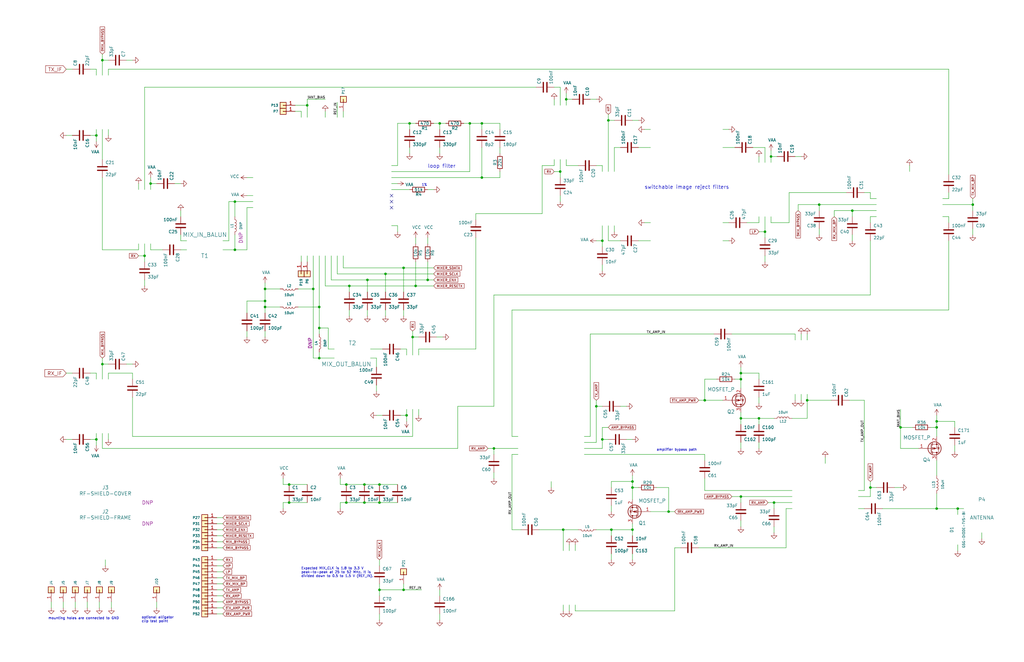
<source format=kicad_sch>
(kicad_sch (version 20211123) (generator eeschema)
  (paper "User" 431.8 279.4)
  (title_block (title "HackRF One") (date "2020-07-21") (rev "r6") (company "Copyright 2012-2020 Great Scott Gadgets") (comment 1 "Michael Ossmann") (comment 2 "Licensed under the CERN-OHL-P v2"))
  (junction (at 198.12 52.07))
  (junction (at 266.7 205.74))
  (junction (at 312.42 157.48))
  (junction (at 410.21 86.36))
  (junction (at 134.62 138.43))
  (junction (at 160.02 212.09))
  (junction (at 256.54 50.8))
  (junction (at 129.54 44.45))
  (junction (at 170.18 248.92))
  (junction (at 312.42 209.55))
  (junction (at 238.76 41.91))
  (junction (at 134.62 151.13))
  (junction (at 203.2 52.07))
  (junction (at 326.39 212.09))
  (junction (at 340.36 168.91))
  (junction (at 320.04 176.53))
  (junction (at 325.12 66.04))
  (junction (at 359.41 88.9))
  (junction (at 146.05 212.09))
  (junction (at 111.76 127))
  (junction (at 281.94 215.9))
  (junction (at 147.32 120.65))
  (junction (at 160.02 204.47))
  (junction (at 312.42 176.53))
  (junction (at 403.86 214.63))
  (junction (at 266.7 223.52))
  (junction (at 257.81 223.52))
  (junction (at 394.97 214.63))
  (junction (at 160.02 248.92))
  (junction (at 60.96 107.95))
  (junction (at 121.92 212.09))
  (junction (at 43.18 153.67))
  (junction (at 254 185.42))
  (junction (at 266.7 203.2))
  (junction (at 153.67 204.47))
  (junction (at 297.18 168.91))
  (junction (at 121.92 204.47))
  (junction (at 180.34 118.11))
  (junction (at 254 101.6))
  (junction (at 134.62 129.54))
  (junction (at 40.64 185.42))
  (junction (at 379.73 180.34))
  (junction (at 237.49 223.52))
  (junction (at 162.56 115.57))
  (junction (at 203.2 74.93))
  (junction (at 146.05 204.47))
  (junction (at 154.94 118.11))
  (junction (at 63.5 77.47))
  (junction (at 345.44 86.36))
  (junction (at 312.42 160.02))
  (junction (at 170.18 113.03))
  (junction (at 185.42 52.07))
  (junction (at 367.03 205.74))
  (junction (at 40.64 57.15))
  (junction (at 99.06 85.09))
  (junction (at 111.76 129.54))
  (junction (at 394.97 180.34))
  (junction (at 175.26 120.65))
  (junction (at 173.99 142.24))
  (junction (at 111.76 121.92))
  (junction (at 322.58 97.79))
  (junction (at 251.46 171.45))
  (junction (at 171.45 175.26))
  (junction (at 236.22 72.39))
  (junction (at 172.72 52.07))
  (junction (at 153.67 212.09))
  (junction (at 394.97 177.8))
  (junction (at 99.06 105.41))
  (junction (at 132.08 121.92))
  (junction (at 208.28 189.23))
  (junction (at 43.18 25.4))
  (no_connect (at 165.1 87.63))
  (no_connect (at 165.1 85.09))
  (no_connect (at 165.1 82.55))
  (wire (pts (xy 111.76 119.38) (xy 111.76 121.92)))
  (wire (pts (xy 394.97 180.34) (xy 392.43 180.34)))
  (wire (pts (xy 325.12 93.98) (xy 325.12 91.44)))
  (wire (pts (xy 335.28 140.97) (xy 308.61 140.97)))
  (wire (pts (xy 124.46 44.45) (xy 129.54 44.45)))
  (wire (pts (xy 165.1 95.25) (xy 167.64 95.25)))
  (wire (pts (xy 351.79 88.9) (xy 359.41 88.9)))
  (wire (pts (xy 215.9 223.52) (xy 219.71 223.52)))
  (wire (pts (xy 394.97 180.34) (xy 394.97 184.15)))
  (wire (pts (xy 312.42 222.25) (xy 312.42 219.71)))
  (wire (pts (xy 233.68 72.39) (xy 236.22 72.39)))
  (wire (pts (xy 193.04 189.23) (xy 43.18 189.23)))
  (wire (pts (xy 400.05 81.28) (xy 400.05 83.82)))
  (wire (pts (xy 379.73 205.74) (xy 377.19 205.74)))
  (wire (pts (xy 320.04 93.98) (xy 320.04 91.44)))
  (wire (pts (xy 63.5 105.41) (xy 68.58 105.41)))
  (wire (pts (xy 153.67 212.09) (xy 160.02 212.09)))
  (wire (pts (xy 271.78 54.61) (xy 274.32 54.61)))
  (wire (pts (xy 40.64 57.15) (xy 40.64 59.69)))
  (wire (pts (xy 185.42 248.92) (xy 185.42 251.46)))
  (wire (pts (xy 167.64 95.25) (xy 167.64 97.79)))
  (wire (pts (xy 66.04 254) (xy 66.04 256.54)))
  (wire (pts (xy 236.22 36.83) (xy 233.68 36.83)))
  (wire (pts (xy 91.44 241.3) (xy 93.98 241.3)))
  (wire (pts (xy 91.44 256.54) (xy 93.98 256.54)))
  (wire (pts (xy 27.94 29.21) (xy 30.48 29.21)))
  (wire (pts (xy 138.43 138.43) (xy 134.62 138.43)))
  (wire (pts (xy 76.2 77.47) (xy 73.66 77.47)))
  (wire (pts (xy 383.54 69.85) (xy 383.54 72.39)))
  (wire (pts (xy 158.75 165.1) (xy 158.75 162.56)))
  (wire (pts (xy 410.21 99.06) (xy 410.21 96.52)))
  (wire (pts (xy 264.16 171.45) (xy 261.62 171.45)))
  (wire (pts (xy 340.36 176.53) (xy 334.01 176.53)))
  (wire (pts (xy 200.66 147.32) (xy 200.66 100.33)))
  (wire (pts (xy 251.46 69.85) (xy 254 69.85)))
  (wire (pts (xy 367.03 93.98) (xy 367.03 91.44)))
  (wire (pts (xy 228.6 90.17) (xy 228.6 69.85)))
  (wire (pts (xy 167.64 77.47) (xy 165.1 77.47)))
  (wire (pts (xy 410.21 86.36) (xy 410.21 88.9)))
  (wire (pts (xy 254 95.25) (xy 254 101.6)))
  (wire (pts (xy 294.64 231.14) (xy 331.47 231.14)))
  (wire (pts (xy 332.74 93.98) (xy 325.12 93.98)))
  (wire (pts (xy 307.34 101.6) (xy 304.8 101.6)))
  (wire (pts (xy 173.99 142.24) (xy 173.99 149.86)))
  (wire (pts (xy 91.44 220.98) (xy 93.98 220.98)))
  (wire (pts (xy 251.46 223.52) (xy 257.81 223.52)))
  (wire (pts (xy 236.22 85.09) (xy 236.22 82.55)))
  (wire (pts (xy 146.05 212.09) (xy 153.67 212.09)))
  (wire (pts (xy 162.56 115.57) (xy 182.88 115.57)))
  (wire (pts (xy 129.54 110.49) (xy 129.54 107.95)))
  (wire (pts (xy 266.7 205.74) (xy 266.7 210.82)))
  (wire (pts (xy 60.96 120.65) (xy 60.96 118.11)))
  (wire (pts (xy 167.64 69.85) (xy 167.64 52.07)))
  (wire (pts (xy 139.7 118.11) (xy 154.94 118.11)))
  (wire (pts (xy 394.97 194.31) (xy 394.97 200.66)))
  (wire (pts (xy 58.42 107.95) (xy 60.96 107.95)))
  (wire (pts (xy 238.76 41.91) (xy 238.76 44.45)))
  (wire (pts (xy 170.18 123.19) (xy 170.18 113.03)))
  (wire (pts (xy 256.54 180.34) (xy 254 180.34)))
  (wire (pts (xy 394.97 175.26) (xy 394.97 177.8)))
  (wire (pts (xy 337.82 66.04) (xy 335.28 66.04)))
  (wire (pts (xy 266.7 223.52) (xy 266.7 226.06)))
  (wire (pts (xy 173.99 172.72) (xy 173.99 184.15)))
  (wire (pts (xy 160.02 248.92) (xy 160.02 251.46)))
  (wire (pts (xy 160.02 238.76) (xy 160.02 236.22)))
  (wire (pts (xy 403.86 214.63) (xy 406.4 214.63)))
  (wire (pts (xy 248.92 140.97) (xy 248.92 184.15)))
  (wire (pts (xy 58.42 105.41) (xy 43.18 105.41)))
  (wire (pts (xy 400.05 101.6) (xy 400.05 130.81)))
  (wire (pts (xy 241.3 41.91) (xy 238.76 41.91)))
  (wire (pts (xy 40.64 31.75) (xy 40.64 29.21)))
  (wire (pts (xy 340.36 168.91) (xy 340.36 176.53)))
  (wire (pts (xy 45.72 153.67) (xy 43.18 153.67)))
  (wire (pts (xy 208.28 191.77) (xy 208.28 189.23)))
  (wire (pts (xy 312.42 209.55) (xy 334.01 209.55)))
  (wire (pts (xy 281.94 215.9) (xy 284.48 215.9)))
  (wire (pts (xy 228.6 69.85) (xy 233.68 69.85)))
  (wire (pts (xy 182.88 52.07) (xy 185.42 52.07)))
  (wire (pts (xy 78.74 101.6) (xy 76.2 101.6)))
  (wire (pts (xy 367.03 83.82) (xy 369.57 83.82)))
  (wire (pts (xy 185.42 259.08) (xy 185.42 261.62)))
  (wire (pts (xy 40.64 29.21) (xy 38.1 29.21)))
  (wire (pts (xy 251.46 186.69) (xy 246.38 186.69)))
  (wire (pts (xy 337.82 168.91) (xy 337.82 166.37)))
  (wire (pts (xy 322.58 97.79) (xy 322.58 100.33)))
  (wire (pts (xy 76.2 88.9) (xy 76.2 91.44)))
  (wire (pts (xy 379.73 180.34) (xy 379.73 189.23)))
  (wire (pts (xy 336.55 86.36) (xy 345.44 86.36)))
  (wire (pts (xy 185.42 54.61) (xy 185.42 52.07)))
  (wire (pts (xy 158.75 151.13) (xy 156.21 151.13)))
  (wire (pts (xy 154.94 123.19) (xy 154.94 118.11)))
  (wire (pts (xy 369.57 205.74) (xy 367.03 205.74)))
  (wire (pts (xy 165.1 72.39) (xy 198.12 72.39)))
  (wire (pts (xy 379.73 189.23) (xy 387.35 189.23)))
  (wire (pts (xy 91.44 251.46) (xy 93.98 251.46)))
  (wire (pts (xy 203.2 74.93) (xy 210.82 74.93)))
  (wire (pts (xy 171.45 172.72) (xy 171.45 175.26)))
  (wire (pts (xy 193.04 171.45) (xy 193.04 189.23)))
  (wire (pts (xy 91.44 231.14) (xy 93.98 231.14)))
  (wire (pts (xy 45.72 160.02) (xy 45.72 157.48)))
  (wire (pts (xy 312.42 212.09) (xy 312.42 209.55)))
  (wire (pts (xy 203.2 52.07) (xy 203.2 54.61)))
  (wire (pts (xy 93.98 101.6) (xy 96.52 101.6)))
  (wire (pts (xy 125.73 121.92) (xy 132.08 121.92)))
  (wire (pts (xy 142.24 115.57) (xy 142.24 107.95)))
  (wire (pts (xy 66.04 77.47) (xy 63.5 77.47)))
  (wire (pts (xy 172.72 54.61) (xy 172.72 52.07)))
  (wire (pts (xy 208.28 201.93) (xy 208.28 199.39)))
  (wire (pts (xy 121.92 204.47) (xy 129.54 204.47)))
  (wire (pts (xy 254 185.42) (xy 254 189.23)))
  (wire (pts (xy 384.81 180.34) (xy 379.73 180.34)))
  (wire (pts (xy 400.05 91.44) (xy 400.05 93.98)))
  (wire (pts (xy 170.18 133.35) (xy 170.18 130.81)))
  (wire (pts (xy 414.02 224.79) (xy 414.02 227.33)))
  (wire (pts (xy 134.62 151.13) (xy 140.97 151.13)))
  (wire (pts (xy 238.76 39.37) (xy 238.76 41.91)))
  (wire (pts (xy 175.26 120.65) (xy 182.88 120.65)))
  (wire (pts (xy 138.43 147.32) (xy 138.43 138.43)))
  (wire (pts (xy 237.49 257.81) (xy 237.49 255.27)))
  (wire (pts (xy 38.1 185.42) (xy 40.64 185.42)))
  (wire (pts (xy 261.62 101.6) (xy 256.54 101.6)))
  (wire (pts (xy 186.69 142.24) (xy 184.15 142.24)))
  (wire (pts (xy 340.36 140.97) (xy 340.36 143.51)))
  (wire (pts (xy 180.34 118.11) (xy 182.88 118.11)))
  (wire (pts (xy 410.21 83.82) (xy 410.21 86.36)))
  (wire (pts (xy 232.41 205.74) (xy 232.41 203.2)))
  (wire (pts (xy 176.53 175.26) (xy 176.53 172.72)))
  (wire (pts (xy 176.53 142.24) (xy 173.99 142.24)))
  (wire (pts (xy 403.86 232.41) (xy 403.86 229.87)))
  (wire (pts (xy 111.76 129.54) (xy 111.76 132.08)))
  (wire (pts (xy 312.42 154.94) (xy 312.42 157.48)))
  (wire (pts (xy 254 114.3) (xy 254 111.76)))
  (wire (pts (xy 251.46 41.91) (xy 248.92 41.91)))
  (wire (pts (xy 119.38 212.09) (xy 119.38 214.63)))
  (wire (pts (xy 261.62 62.23) (xy 259.08 62.23)))
  (wire (pts (xy 104.14 127) (xy 104.14 132.08)))
  (wire (pts (xy 111.76 121.92) (xy 111.76 127)))
  (wire (pts (xy 99.06 105.41) (xy 93.98 105.41)))
  (wire (pts (xy 76.2 101.6) (xy 76.2 99.06)))
  (wire (pts (xy 227.33 223.52) (xy 237.49 223.52)))
  (wire (pts (xy 367.03 205.74) (xy 367.03 209.55)))
  (wire (pts (xy 257.81 203.2) (xy 257.81 205.74)))
  (wire (pts (xy 297.18 168.91) (xy 304.8 168.91)))
  (wire (pts (xy 132.08 121.92) (xy 132.08 151.13)))
  (wire (pts (xy 312.42 176.53) (xy 320.04 176.53)))
  (wire (pts (xy 251.46 101.6) (xy 254 101.6)))
  (wire (pts (xy 345.44 99.06) (xy 345.44 96.52)))
  (wire (pts (xy 91.44 238.76) (xy 93.98 238.76)))
  (wire (pts (xy 300.99 140.97) (xy 248.92 140.97)))
  (wire (pts (xy 45.72 25.4) (xy 43.18 25.4)))
  (wire (pts (xy 256.54 48.26) (xy 256.54 50.8)))
  (wire (pts (xy 331.47 214.63) (xy 334.01 214.63)))
  (wire (pts (xy 243.84 69.85) (xy 238.76 69.85)))
  (wire (pts (xy 162.56 123.19) (xy 162.56 115.57)))
  (wire (pts (xy 379.73 172.72) (xy 379.73 180.34)))
  (wire (pts (xy 236.22 72.39) (xy 236.22 74.93)))
  (wire (pts (xy 367.03 91.44) (xy 369.57 91.44)))
  (wire (pts (xy 132.08 107.95) (xy 132.08 121.92)))
  (wire (pts (xy 171.45 175.26) (xy 171.45 177.8)))
  (wire (pts (xy 198.12 52.07) (xy 203.2 52.07)))
  (wire (pts (xy 154.94 118.11) (xy 180.34 118.11)))
  (wire (pts (xy 327.66 66.04) (xy 325.12 66.04)))
  (wire (pts (xy 118.11 129.54) (xy 111.76 129.54)))
  (wire (pts (xy 358.14 168.91) (xy 364.49 168.91)))
  (wire (pts (xy 27.94 157.48) (xy 30.48 157.48)))
  (wire (pts (xy 198.12 72.39) (xy 198.12 52.07)))
  (wire (pts (xy 119.38 204.47) (xy 119.38 201.93)))
  (wire (pts (xy 200.66 90.17) (xy 228.6 90.17)))
  (wire (pts (xy 185.42 64.77) (xy 185.42 62.23)))
  (wire (pts (xy 91.44 228.6) (xy 93.98 228.6)))
  (wire (pts (xy 347.98 193.04) (xy 347.98 195.58)))
  (wire (pts (xy 394.97 177.8) (xy 394.97 180.34)))
  (wire (pts (xy 402.59 177.8) (xy 394.97 177.8)))
  (wire (pts (xy 91.44 243.84) (xy 93.98 243.84)))
  (wire (pts (xy 240.03 257.81) (xy 240.03 255.27)))
  (wire (pts (xy 137.16 120.65) (xy 137.16 107.95)))
  (wire (pts (xy 127 46.99) (xy 124.46 46.99)))
  (wire (pts (xy 99.06 85.09) (xy 106.68 85.09)))
  (wire (pts (xy 45.72 157.48) (xy 55.88 157.48)))
  (wire (pts (xy 320.04 66.04) (xy 320.04 68.58)))
  (wire (pts (xy 256.54 50.8) (xy 256.54 72.39)))
  (wire (pts (xy 320.04 160.02) (xy 320.04 157.48)))
  (wire (pts (xy 281.94 215.9) (xy 281.94 205.74)))
  (wire (pts (xy 119.38 212.09) (xy 121.92 212.09)))
  (wire (pts (xy 203.2 62.23) (xy 203.2 74.93)))
  (wire (pts (xy 143.51 204.47) (xy 143.51 201.93)))
  (wire (pts (xy 111.76 121.92) (xy 118.11 121.92)))
  (wire (pts (xy 294.64 168.91) (xy 297.18 168.91)))
  (wire (pts (xy 284.48 257.81) (xy 284.48 231.14)))
  (wire (pts (xy 182.88 80.01) (xy 180.34 80.01)))
  (wire (pts (xy 254 69.85) (xy 254 72.39)))
  (wire (pts (xy 364.49 168.91) (xy 364.49 207.01)))
  (wire (pts (xy 38.1 157.48) (xy 40.64 157.48)))
  (wire (pts (xy 43.18 151.13) (xy 43.18 153.67)))
  (wire (pts (xy 104.14 105.41) (xy 99.06 105.41)))
  (wire (pts (xy 367.03 124.46) (xy 367.03 101.6)))
  (wire (pts (xy 173.99 139.7) (xy 173.99 142.24)))
  (wire (pts (xy 138.43 147.32) (xy 140.97 147.32)))
  (wire (pts (xy 91.44 218.44) (xy 93.98 218.44)))
  (wire (pts (xy 44.45 236.22) (xy 44.45 238.76)))
  (wire (pts (xy 45.72 182.88) (xy 45.72 185.42)))
  (wire (pts (xy 320.04 189.23) (xy 320.04 186.69)))
  (wire (pts (xy 215.9 130.81) (xy 215.9 184.15)))
  (wire (pts (xy 281.94 205.74) (xy 276.86 205.74)))
  (wire (pts (xy 58.42 77.47) (xy 58.42 80.01)))
  (wire (pts (xy 326.39 214.63) (xy 326.39 212.09)))
  (wire (pts (xy 137.16 46.99) (xy 137.16 49.53)))
  (wire (pts (xy 242.57 229.87) (xy 242.57 232.41)))
  (wire (pts (xy 359.41 101.6) (xy 359.41 99.06)))
  (wire (pts (xy 271.78 93.98) (xy 274.32 93.98)))
  (wire (pts (xy 91.44 236.22) (xy 93.98 236.22)))
  (wire (pts (xy 257.81 223.52) (xy 266.7 223.52)))
  (wire (pts (xy 336.55 88.9) (xy 336.55 86.36)))
  (wire (pts (xy 332.74 93.98) (xy 332.74 81.28)))
  (wire (pts (xy 312.42 173.99) (xy 312.42 176.53)))
  (wire (pts (xy 218.44 184.15) (xy 215.9 184.15)))
  (wire (pts (xy 172.72 64.77) (xy 172.72 62.23)))
  (wire (pts (xy 269.24 101.6) (xy 274.32 101.6)))
  (wire (pts (xy 394.97 208.28) (xy 394.97 214.63)))
  (wire (pts (xy 172.72 80.01) (xy 165.1 80.01)))
  (wire (pts (xy 55.88 153.67) (xy 53.34 153.67)))
  (wire (pts (xy 58.42 102.87) (xy 58.42 105.41)))
  (wire (pts (xy 266.7 203.2) (xy 266.7 205.74)))
  (wire (pts (xy 127 49.53) (xy 127 46.99)))
  (wire (pts (xy 312.42 160.02) (xy 309.88 160.02)))
  (wire (pts (xy 364.49 81.28) (xy 367.03 81.28)))
  (wire (pts (xy 167.64 52.07) (xy 172.72 52.07)))
  (wire (pts (xy 147.32 123.19) (xy 147.32 120.65)))
  (wire (pts (xy 43.18 153.67) (xy 43.18 160.02)))
  (wire (pts (xy 55.88 184.15) (xy 55.88 167.64)))
  (wire (pts (xy 312.42 176.53) (xy 312.42 179.07)))
  (wire (pts (xy 367.03 203.2) (xy 367.03 205.74)))
  (wire (pts (xy 332.74 81.28) (xy 356.87 81.28)))
  (wire (pts (xy 242.57 257.81) (xy 242.57 255.27)))
  (wire (pts (xy 254 189.23) (xy 246.38 189.23)))
  (wire (pts (xy 91.44 254) (xy 93.98 254)))
  (wire (pts (xy 55.88 25.4) (xy 53.34 25.4)))
  (wire (pts (xy 143.51 204.47) (xy 146.05 204.47)))
  (wire (pts (xy 43.18 189.23) (xy 43.18 182.88)))
  (wire (pts (xy 203.2 52.07) (xy 210.82 52.07)))
  (wire (pts (xy 402.59 190.5) (xy 402.59 187.96)))
  (wire (pts (xy 257.81 236.22) (xy 257.81 233.68)))
  (wire (pts (xy 309.88 62.23) (xy 304.8 62.23)))
  (wire (pts (xy 96.52 85.09) (xy 99.06 85.09)))
  (wire (pts (xy 266.7 236.22) (xy 266.7 233.68)))
  (wire (pts (xy 274.32 62.23) (xy 269.24 62.23)))
  (wire (pts (xy 322.58 62.23) (xy 317.5 62.23)))
  (wire (pts (xy 40.64 157.48) (xy 40.64 160.02)))
  (wire (pts (xy 312.42 189.23) (xy 312.42 186.69)))
  (wire (pts (xy 208.28 124.46) (xy 367.03 124.46)))
  (wire (pts (xy 266.7 220.98) (xy 266.7 223.52)))
  (wire (pts (xy 302.26 160.02) (xy 297.18 160.02)))
  (wire (pts (xy 165.1 74.93) (xy 203.2 74.93)))
  (wire (pts (xy 320.04 176.53) (xy 326.39 176.53)))
  (wire (pts (xy 165.1 69.85) (xy 167.64 69.85)))
  (wire (pts (xy 297.18 194.31) (xy 297.18 191.77)))
  (wire (pts (xy 180.34 100.33) (xy 180.34 102.87)))
  (wire (pts (xy 129.54 41.91) (xy 137.16 41.91)))
  (wire (pts (xy 236.22 67.31) (xy 236.22 72.39)))
  (wire (pts (xy 320.04 170.18) (xy 320.04 167.64)))
  (wire (pts (xy 397.51 86.36) (xy 410.21 86.36)))
  (wire (pts (xy 45.72 57.15) (xy 45.72 54.61)))
  (wire (pts (xy 91.44 223.52) (xy 93.98 223.52)))
  (wire (pts (xy 160.02 246.38) (xy 160.02 248.92)))
  (wire (pts (xy 337.82 143.51) (xy 337.82 140.97)))
  (wire (pts (xy 173.99 184.15) (xy 55.88 184.15)))
  (wire (pts (xy 274.32 215.9) (xy 281.94 215.9)))
  (wire (pts (xy 403.86 214.63) (xy 403.86 217.17)))
  (wire (pts (xy 144.78 49.53) (xy 144.78 46.99)))
  (wire (pts (xy 367.03 81.28) (xy 367.03 83.82)))
  (wire (pts (xy 345.44 86.36) (xy 369.57 86.36)))
  (wire (pts (xy 259.08 97.79) (xy 259.08 95.25)))
  (wire (pts (xy 134.62 138.43) (xy 134.62 140.97)))
  (wire (pts (xy 334.01 207.01) (xy 297.18 207.01)))
  (wire (pts (xy 38.1 57.15) (xy 40.64 57.15)))
  (wire (pts (xy 254 101.6) (xy 254 104.14)))
  (wire (pts (xy 257.81 203.2) (xy 266.7 203.2)))
  (wire (pts (xy 46.99 254) (xy 46.99 256.54)))
  (wire (pts (xy 91.44 248.92) (xy 93.98 248.92)))
  (wire (pts (xy 335.28 143.51) (xy 335.28 140.97)))
  (wire (pts (xy 335.28 166.37) (xy 335.28 168.91)))
  (wire (pts (xy 297.18 191.77) (xy 246.38 191.77)))
  (wire (pts (xy 284.48 257.81) (xy 242.57 257.81)))
  (wire (pts (xy 175.26 120.65) (xy 175.26 110.49)))
  (wire (pts (xy 26.67 254) (xy 26.67 256.54)))
  (wire (pts (xy 205.74 189.23) (xy 208.28 189.23)))
  (wire (pts (xy 372.11 214.63) (xy 394.97 214.63)))
  (wire (pts (xy 129.54 41.91) (xy 129.54 44.45)))
  (wire (pts (xy 134.62 129.54) (xy 134.62 138.43)))
  (wire (pts (xy 210.82 64.77) (xy 210.82 62.23)))
  (wire (pts (xy 254 171.45) (xy 251.46 171.45)))
  (wire (pts (xy 144.78 113.03) (xy 144.78 107.95)))
  (wire (pts (xy 325.12 63.5) (xy 325.12 66.04)))
  (wire (pts (xy 106.68 74.93) (xy 104.14 74.93)))
  (wire (pts (xy 160.02 261.62) (xy 160.02 259.08)))
  (wire (pts (xy 60.96 80.01) (xy 60.96 36.83)))
  (wire (pts (xy 326.39 224.79) (xy 326.39 222.25)))
  (wire (pts (xy 215.9 191.77) (xy 215.9 223.52)))
  (wire (pts (xy 121.92 212.09) (xy 129.54 212.09)))
  (wire (pts (xy 176.53 149.86) (xy 176.53 147.32)))
  (wire (pts (xy 208.28 171.45) (xy 193.04 171.45)))
  (wire (pts (xy 27.94 57.15) (xy 30.48 57.15)))
  (wire (pts (xy 350.52 168.91) (xy 340.36 168.91)))
  (wire (pts (xy 129.54 44.45) (xy 129.54 49.53)))
  (wire (pts (xy 256.54 185.42) (xy 254 185.42)))
  (wire (pts (xy 304.8 93.98) (xy 307.34 93.98)))
  (wire (pts (xy 251.46 168.91) (xy 251.46 171.45)))
  (wire (pts (xy 106.68 87.63) (xy 104.14 87.63)))
  (wire (pts (xy 322.58 91.44) (xy 322.58 97.79)))
  (wire (pts (xy 137.16 120.65) (xy 147.32 120.65)))
  (wire (pts (xy 266.7 200.66) (xy 266.7 203.2)))
  (wire (pts (xy 322.58 110.49) (xy 322.58 107.95)))
  (wire (pts (xy 91.44 246.38) (xy 93.98 246.38)))
  (wire (pts (xy 104.14 82.55) (xy 106.68 82.55)))
  (wire (pts (xy 269.24 50.8) (xy 266.7 50.8)))
  (wire (pts (xy 40.64 185.42) (xy 40.64 187.96)))
  (wire (pts (xy 158.75 175.26) (xy 161.29 175.26)))
  (wire (pts (xy 146.05 204.47) (xy 153.67 204.47)))
  (wire (pts (xy 21.59 254) (xy 21.59 256.54)))
  (wire (pts (xy 31.75 254) (xy 31.75 256.54)))
  (wire (pts (xy 91.44 259.08) (xy 93.98 259.08)))
  (wire (pts (xy 132.08 151.13) (xy 134.62 151.13)))
  (wire (pts (xy 91.44 226.06) (xy 93.98 226.06)))
  (wire (pts (xy 208.28 171.45) (xy 208.28 124.46)))
  (wire (pts (xy 256.54 101.6) (xy 256.54 95.25)))
  (wire (pts (xy 394.97 214.63) (xy 403.86 214.63)))
  (wire (pts (xy 143.51 212.09) (xy 146.05 212.09)))
  (wire (pts (xy 233.68 69.85) (xy 233.68 67.31)))
  (wire (pts (xy 218.44 191.77) (xy 215.9 191.77)))
  (wire (pts (xy 304.8 54.61) (xy 307.34 54.61)))
  (wire (pts (xy 143.51 212.09) (xy 143.51 214.63)))
  (wire (pts (xy 320.04 97.79) (xy 322.58 97.79)))
  (wire (pts (xy 134.62 148.59) (xy 134.62 151.13)))
  (wire (pts (xy 340.36 166.37) (xy 340.36 168.91)))
  (wire (pts (xy 312.42 160.02) (xy 312.42 163.83)))
  (wire (pts (xy 63.5 77.47) (xy 63.5 80.01)))
  (wire (pts (xy 237.49 232.41) (xy 237.49 223.52)))
  (wire (pts (xy 400.05 130.81) (xy 215.9 130.81)))
  (wire (pts (xy 111.76 127) (xy 111.76 129.54)))
  (wire (pts (xy 210.82 52.07) (xy 210.82 54.61)))
  (wire (pts (xy 172.72 52.07) (xy 175.26 52.07)))
  (wire (pts (xy 144.78 113.03) (xy 170.18 113.03)))
  (wire (pts (xy 308.61 209.55) (xy 312.42 209.55)))
  (wire (pts (xy 170.18 246.38) (xy 170.18 248.92)))
  (wire (pts (xy 185.42 52.07) (xy 187.96 52.07)))
  (wire (pts (xy 237.49 223.52) (xy 243.84 223.52)))
  (wire (pts (xy 147.32 120.65) (xy 175.26 120.65)))
  (wire (pts (xy 233.68 41.91) (xy 233.68 44.45)))
  (wire (pts (xy 367.03 209.55) (xy 361.95 209.55)))
  (wire (pts (xy 60.96 102.87) (xy 60.96 107.95)))
  (wire (pts (xy 257.81 226.06) (xy 257.81 223.52)))
  (wire (pts (xy 320.04 157.48) (xy 312.42 157.48)))
  (wire (pts (xy 171.45 147.32) (xy 171.45 149.86)))
  (wire (pts (xy 27.94 185.42) (xy 30.48 185.42)))
  (wire (pts (xy 127 107.95) (xy 127 110.49)))
  (wire (pts (xy 99.06 99.06) (xy 99.06 105.41)))
  (wire (pts (xy 170.18 113.03) (xy 182.88 113.03)))
  (wire (pts (xy 45.72 31.75) (xy 45.72 29.21)))
  (wire (pts (xy 153.67 204.47) (xy 160.02 204.47)))
  (wire (pts (xy 400.05 83.82) (xy 397.51 83.82)))
  (wire (pts (xy 259.08 62.23) (xy 259.08 72.39)))
  (wire (pts (xy 43.18 22.86) (xy 43.18 25.4)))
  (wire (pts (xy 160.02 248.92) (xy 170.18 248.92)))
  (wire (pts (xy 359.41 91.44) (xy 359.41 88.9)))
  (wire (pts (xy 154.94 133.35) (xy 154.94 130.81)))
  (wire (pts (xy 208.28 189.23) (xy 218.44 189.23)))
  (wire (pts (xy 41.91 254) (xy 41.91 256.54)))
  (wire (pts (xy 251.46 171.45) (xy 251.46 186.69)))
  (wire (pts (xy 139.7 118.11) (xy 139.7 107.95)))
  (wire (pts (xy 266.7 205.74) (xy 269.24 205.74)))
  (wire (pts (xy 314.96 93.98) (xy 320.04 93.98)))
  (wire (pts (xy 254 180.34) (xy 254 185.42)))
  (wire (pts (xy 257.81 215.9) (xy 257.81 213.36)))
  (wire (pts (xy 104.14 87.63) (xy 104.14 105.41)))
  (wire (pts (xy 36.83 254) (xy 36.83 256.54)))
  (wire (pts (xy 176.53 147.32) (xy 200.66 147.32)))
  (wire (pts (xy 55.88 157.48) (xy 55.88 160.02)))
  (wire (pts (xy 43.18 67.31) (xy 43.18 54.61)))
  (wire (pts (xy 351.79 91.44) (xy 351.79 88.9)))
  (wire (pts (xy 200.66 92.71) (xy 200.66 90.17)))
  (wire (pts (xy 99.06 91.44) (xy 99.06 85.09)))
  (wire (pts (xy 63.5 102.87) (xy 63.5 105.41)))
  (wire (pts (xy 195.58 52.07) (xy 198.12 52.07)))
  (wire (pts (xy 259.08 50.8) (xy 256.54 50.8)))
  (wire (pts (xy 326.39 212.09) (xy 334.01 212.09)))
  (wire (pts (xy 43.18 74.93) (xy 43.18 105.41)))
  (wire (pts (xy 402.59 180.34) (xy 402.59 177.8)))
  (wire (pts (xy 266.7 185.42) (xy 264.16 185.42)))
  (wire (pts (xy 168.91 147.32) (xy 171.45 147.32)))
  (wire (pts (xy 40.64 182.88) (xy 40.64 185.42)))
  (wire (pts (xy 364.49 207.01) (xy 361.95 207.01)))
  (wire (pts (xy 168.91 175.26) (xy 171.45 175.26)))
  (wire (pts (xy 134.62 107.95) (xy 134.62 129.54)))
  (wire (pts (xy 162.56 133.35) (xy 162.56 130.81)))
  (wire (pts (xy 238.76 69.85) (xy 238.76 67.31)))
  (wire (pts (xy 240.03 229.87) (xy 240.03 232.41)))
  (wire (pts (xy 297.18 160.02) (xy 297.18 168.91)))
  (wire (pts (xy 76.2 105.41) (xy 78.74 105.41)))
  (wire (pts (xy 45.72 29.21) (xy 400.05 29.21)))
  (wire (pts (xy 63.5 74.93) (xy 63.5 77.47)))
  (wire (pts (xy 210.82 74.93) (xy 210.82 72.39)))
  (wire (pts (xy 400.05 29.21) (xy 400.05 73.66)))
  (wire (pts (xy 104.14 142.24) (xy 104.14 139.7)))
  (wire (pts (xy 43.18 25.4) (xy 43.18 31.75)))
  (wire (pts (xy 96.52 101.6) (xy 96.52 85.09)))
  (wire (pts (xy 111.76 127) (xy 104.14 127)))
  (wire (pts (xy 345.44 88.9) (xy 345.44 86.36)))
  (wire (pts (xy 160.02 212.09) (xy 167.64 212.09)))
  (wire (pts (xy 236.22 44.45) (xy 236.22 36.83)))
  (wire (pts (xy 180.34 118.11) (xy 180.34 110.49)))
  (wire (pts (xy 397.51 91.44) (xy 400.05 91.44)))
  (wire (pts (xy 322.58 68.58) (xy 322.58 62.23)))
  (wire (pts (xy 175.26 100.33) (xy 175.26 102.87)))
  (wire (pts (xy 147.32 133.35) (xy 147.32 130.81)))
  (wire (pts (xy 323.85 212.09) (xy 326.39 212.09)))
  (wire (pts (xy 60.96 107.95) (xy 60.96 110.49)))
  (wire (pts (xy 331.47 231.14) (xy 331.47 214.63)))
  (wire (pts (xy 119.38 204.47) (xy 121.92 204.47)))
  (wire (pts (xy 320.04 179.07) (xy 320.04 176.53)))
  (wire (pts (xy 325.12 66.04) (xy 325.12 68.58)))
  (wire (pts (xy 359.41 88.9) (xy 369.57 88.9)))
  (wire (pts (xy 125.73 129.54) (xy 134.62 129.54)))
  (wire (pts (xy 297.18 207.01) (xy 297.18 201.93)))
  (wire (pts (xy 40.64 54.61) (xy 40.64 57.15)))
  (wire (pts (xy 361.95 214.63) (xy 364.49 214.63)))
  (wire (pts (xy 142.24 43.18) (xy 142.24 49.53)))
  (wire (pts (xy 111.76 142.24) (xy 111.76 139.7)))
  (wire (pts (xy 156.21 147.32) (xy 161.29 147.32)))
  (wire (pts (xy 142.24 115.57) (xy 162.56 115.57)))
  (wire (pts (xy 284.48 231.14) (xy 287.02 231.14)))
  (wire (pts (xy 160.02 204.47) (xy 167.64 204.47)))
  (wire (pts (xy 246.38 184.15) (xy 248.92 184.15)))
  (wire (pts (xy 170.18 248.92) (xy 177.8 248.92)))
  (wire (pts (xy 312.42 157.48) (xy 312.42 160.02)))
  (wire (pts (xy 158.75 154.94) (xy 158.75 151.13)))
  (wire (pts (xy 60.96 36.83) (xy 226.06 36.83)))
  (text "Expected MIX_CLK is 1.8 to 3.3 V\npeak-to-peak at 25 to 52 MHz. It is\ndivided down to 0.5 to 1.5 V (REF_IN)." (at 127 243.84 0) (effects (font (size 1.016 1.016)) (justify left bottom)))
  (text "switchable image reject filters" (at 271.78 80.01 0) (effects (font (size 1.524 1.524)) (justify left bottom)))
  (text "optional alligator\nclip test point" (at 59.69 262.89 0) (effects (font (size 1.016 1.016)) (justify left bottom)))
  (text "amplifier bypass path" (at 276.86 190.5 0) (effects (font (size 1.016 1.016)) (justify left bottom)))
  (text "loop filter" (at 180.34 71.12 0) (effects (font (size 1.524 1.524)) (justify left bottom)))
  (text "1%" (at 177.8 78.74 0) (effects (font (size 1.016 1.016)) (justify left bottom)))
  (text "mounting holes are connected to GND" (at 20.32 261.62 0) (effects (font (size 1.016 1.016)) (justify left bottom)))
  (label "REF_IN" (at 177.8 248.92 180) (effects (font (size 1.016 1.016))))
  (label "RX_AMP_OUT" (at 215.9 217.17 90) (effects (font (size 1.016 1.016))))
  (label "!ANT_BIAS" (at 379.73 172.72 270) (effects (font (size 1.016 1.016))))
  (label "RX_AMP_IN" (at 300.99 231.14 0) (effects (font (size 1.016 1.016))))
  (label "TX_AMP_OUT" (at 364.49 186.69 90) (effects (font (size 1.016 1.016))))
  (label "!ANT_BIAS" (at 137.16 41.91 180) (effects (font (size 1.016 1.016))))
  (label "TX_AMP_IN" (at 280.67 140.97 180) (effects (font (size 1.016 1.016))))
  (label "REF_IN" (at 142.24 43.18 270) (effects (font (size 1.016 1.016))))
  (global_label "RX_AMP" (shape input) (at 323.85 212.09 180) (effects (font (size 1.016 1.016))) (property "Intersheet References" "${INTERSHEET_REFS}" (effects hide)))
  (global_label "LP" (shape input) (at 320.04 97.79 180) (effects (font (size 1.016 1.016))) (property "Intersheet References" "${INTERSHEET_REFS}" (effects hide)))
  (global_label "TX_AMP" (shape input) (at 251.46 168.91 90) (effects (font (size 1.016 1.016))) (property "Intersheet References" "${INTERSHEET_REFS}" (effects hide)))
  (global_label "TX_AMP" (shape input) (at 93.98 248.92 0) (effects (font (size 1.016 1.016))) (property "Intersheet References" "${INTERSHEET_REFS}" (effects hide)))
  (global_label "!MIX_BYPASS" (shape input) (at 93.98 231.14 0) (effects (font (size 1.016 1.016))) (property "Intersheet References" "${INTERSHEET_REFS}" (effects hide)))
  (global_label "RX" (shape input) (at 173.99 139.7 90) (effects (font (size 1.016 1.016))) (property "Intersheet References" "${INTERSHEET_REFS}" (effects hide)))
  (global_label "RX" (shape input) (at 93.98 236.22 0) (effects (font (size 1.016 1.016))) (property "Intersheet References" "${INTERSHEET_REFS}" (effects hide)))
  (global_label "MIXER_RESETX" (shape input) (at 182.88 120.65 0) (effects (font (size 1.016 1.016))) (property "Intersheet References" "${INTERSHEET_REFS}" (effects hide)))
  (global_label "HP" (shape input) (at 93.98 238.76 0) (effects (font (size 1.016 1.016))) (property "Intersheet References" "${INTERSHEET_REFS}" (effects hide)))
  (global_label "RX_MIX_BP" (shape input) (at 93.98 246.38 0) (effects (font (size 1.016 1.016))) (property "Intersheet References" "${INTERSHEET_REFS}" (effects hide)))
  (global_label "!TX_AMP_PWR" (shape input) (at 93.98 256.54 0) (effects (font (size 1.016 1.016))) (property "Intersheet References" "${INTERSHEET_REFS}" (effects hide)))
  (global_label "RX_AMP" (shape input) (at 93.98 251.46 0) (effects (font (size 1.016 1.016))) (property "Intersheet References" "${INTERSHEET_REFS}" (effects hide)))
  (global_label "TX_MIX_BP" (shape input) (at 93.98 243.84 0) (effects (font (size 1.016 1.016))) (property "Intersheet References" "${INTERSHEET_REFS}" (effects hide)))
  (global_label "MIXER_SDATA" (shape input) (at 93.98 218.44 0) (effects (font (size 1.016 1.016))) (property "Intersheet References" "${INTERSHEET_REFS}" (effects hide)))
  (global_label "HP" (shape input) (at 256.54 48.26 90) (effects (font (size 1.016 1.016))) (property "Intersheet References" "${INTERSHEET_REFS}" (effects hide)))
  (global_label "MIXER_RESETX" (shape input) (at 93.98 226.06 0) (effects (font (size 1.016 1.016))) (property "Intersheet References" "${INTERSHEET_REFS}" (effects hide)))
  (global_label "RX_MIX_BP" (shape input) (at 351.79 91.44 270) (effects (font (size 1.016 1.016))) (property "Intersheet References" "${INTERSHEET_REFS}" (effects hide)))
  (global_label "MIXER_ENX" (shape input) (at 182.88 118.11 0) (effects (font (size 1.016 1.016))) (property "Intersheet References" "${INTERSHEET_REFS}" (effects hide)))
  (global_label "!RX_AMP_PWR" (shape input) (at 284.48 215.9 0) (effects (font (size 1.016 1.016))) (property "Intersheet References" "${INTERSHEET_REFS}" (effects hide)))
  (global_label "MIXER_SCLK" (shape input) (at 182.88 115.57 0) (effects (font (size 1.016 1.016))) (property "Intersheet References" "${INTERSHEET_REFS}" (effects hide)))
  (global_label "TX_MIX_BP" (shape input) (at 410.21 83.82 90) (effects (font (size 1.016 1.016))) (property "Intersheet References" "${INTERSHEET_REFS}" (effects hide)))
  (global_label "!MIX_BYPASS" (shape input) (at 43.18 22.86 90) (effects (font (size 1.016 1.016))) (property "Intersheet References" "${INTERSHEET_REFS}" (effects hide)))
  (global_label "TX_IF" (shape input) (at 27.94 29.21 180) (effects (font (size 1.524 1.524))) (property "Intersheet References" "${INTERSHEET_REFS}" (effects hide)))
  (global_label "RX_IF" (shape input) (at 27.94 157.48 180) (effects (font (size 1.524 1.524))) (property "Intersheet References" "${INTERSHEET_REFS}" (effects hide)))
  (global_label "MIXER_SDATA" (shape input) (at 182.88 113.03 0) (effects (font (size 1.016 1.016))) (property "Intersheet References" "${INTERSHEET_REFS}" (effects hide)))
  (global_label "RX_AMP" (shape input) (at 205.74 189.23 180) (effects (font (size 1.016 1.016))) (property "Intersheet References" "${INTERSHEET_REFS}" (effects hide)))
  (global_label "RX" (shape input) (at 233.68 72.39 180) (effects (font (size 1.016 1.016))) (property "Intersheet References" "${INTERSHEET_REFS}" (effects hide)))
  (global_label "MIXER_SCLK" (shape input) (at 93.98 220.98 0) (effects (font (size 1.016 1.016))) (property "Intersheet References" "${INTERSHEET_REFS}" (effects hide)))
  (global_label "MIX_BYPASS" (shape input) (at 43.18 151.13 90) (effects (font (size 1.016 1.016))) (property "Intersheet References" "${INTERSHEET_REFS}" (effects hide)))
  (global_label "MIX_BYPASS" (shape input) (at 93.98 228.6 0) (effects (font (size 1.016 1.016))) (property "Intersheet References" "${INTERSHEET_REFS}" (effects hide)))
  (global_label "TX_AMP" (shape input) (at 367.03 203.2 90) (effects (font (size 1.016 1.016))) (property "Intersheet References" "${INTERSHEET_REFS}" (effects hide)))
  (global_label "RX" (shape input) (at 58.42 107.95 180) (effects (font (size 1.016 1.016))) (property "Intersheet References" "${INTERSHEET_REFS}" (effects hide)))
  (global_label "AMP_BYPASS" (shape input) (at 93.98 254 0) (effects (font (size 1.016 1.016))) (property "Intersheet References" "${INTERSHEET_REFS}" (effects hide)))
  (global_label "MIXER_ENX" (shape input) (at 93.98 223.52 0) (effects (font (size 1.016 1.016))) (property "Intersheet References" "${INTERSHEET_REFS}" (effects hide)))
  (global_label "AMP_BYPASS" (shape input) (at 308.61 209.55 180) (effects (font (size 1.016 1.016))) (property "Intersheet References" "${INTERSHEET_REFS}" (effects hide)))
  (global_label "MIX_CLK" (shape input) (at 160.02 236.22 90) (effects (font (size 1.016 1.016))) (property "Intersheet References" "${INTERSHEET_REFS}" (effects hide)))
  (global_label "AMP_BYPASS" (shape input) (at 256.54 180.34 0) (effects (font (size 1.016 1.016))) (property "Intersheet References" "${INTERSHEET_REFS}" (effects hide)))
  (global_label "!MIX_BYPASS" (shape input) (at 336.55 88.9 270) (effects (font (size 1.016 1.016))) (property "Intersheet References" "${INTERSHEET_REFS}" (effects hide)))
  (global_label "LP" (shape input) (at 93.98 241.3 0) (effects (font (size 1.016 1.016))) (property "Intersheet References" "${INTERSHEET_REFS}" (effects hide)))
  (global_label "!RX_AMP_PWR" (shape input) (at 93.98 259.08 0) (effects (font (size 1.016 1.016))) (property "Intersheet References" "${INTERSHEET_REFS}" (effects hide)))
  (global_label "!TX_AMP_PWR" (shape input) (at 294.64 168.91 180) (effects (font (size 1.016 1.016))) (property "Intersheet References" "${INTERSHEET_REFS}" (effects hide)))
  (symbol (lib_id "hackrf:GSG-RF-CONN") (at 414.02 214.63 0) (mirror y) (unit 1)
    (property "Reference" "P4" (at 414.02 210.82 0) (effects (font (size 1.524 1.524))))
    (property "Value" "ANTENNA" (at 414.02 218.44 0) (effects (font (size 1.524 1.524))))
    (property "Footprint" "hackrf:GSG-SMA-73251-2120" (effects hide))
    (property "Manufacturer" "Molex" (effects hide))
    (property "Part Number" "73251-2121" (effects hide))
    (property "Description" "CONN SMA JACK 50 OHM EDGE MNT W/JAM NUT & LOCK WASHER" (effects hide))
  )
  (symbol (lib_id "hackrf:FIL-DEA") (at 289.56 97.79 0) (unit 1)
    (property "Reference" "U8" (at 289.56 96.52 0) (effects (font (size 1.524 1.524))))
    (property "Value" "RX_HIGHPASS_FILTER" (at 289.56 99.06 0) (effects (font (size 1.524 1.524))))
    (property "Footprint" "hackrf:GSG-HP-DEA" (effects hide))
    (property "Manufacturer" "TDK" (effects hide))
    (property "Part Number" "DEA162400HT-8004B1" (effects hide))
    (property "Description" "FILTER HIGHPASS WLAN&BLUETOOTH" (effects hide))
  )
  (symbol (lib_id "hackrf:FIL-LP0603") (at 289.56 58.42 180) (unit 1)
    (property "Reference" "U3" (at 289.56 59.69 0) (effects (font (size 1.524 1.524))))
    (property "Value" "RX_LOWPASS_FILTER" (at 289.56 57.15 0) (effects (font (size 1.524 1.524))))
    (property "Footprint" "hackrf:GSG-LP0603" (effects hide))
    (property "Manufacturer" "AVX" (effects hide))
    (property "Part Number" "LP0603A1880ANTR" (effects hide))
    (property "Description" "FILTER LOW PASS 1880MHZ 0603 SMD" (effects hide))
  )
  (symbol (lib_id "power:GND") (at 158.75 165.1 0) (unit 1)
    (property "Reference" "#PWR079" (effects hide))
    (property "Value" "GND" (effects hide))
  )
  (symbol (lib_id "Device:C") (at 254 107.95 0) (unit 1)
    (property "Reference" "C30" (at 255.27 105.41 0) (effects (justify left)))
    (property "Value" "10nF" (at 255.27 110.49 0) (effects (justify left)))
    (property "Footprint" "hackrf:GSG-0402" (effects hide))
    (property "Manufacturer" "Murata" (effects hide))
    (property "Part Number" "GRM155R71C103KA01D" (effects hide))
    (property "Description" "CAP CER 10000PF 16V 10% X7R 0402" (effects hide))
  )
  (symbol (lib_id "power:GND") (at 254 114.3 0) (unit 1)
    (property "Reference" "#PWR077" (effects hide))
    (property "Value" "GND" (effects hide))
  )
  (symbol (lib_id "power:GND") (at 307.34 101.6 90) (unit 1)
    (property "Reference" "#PWR076" (effects hide))
    (property "Value" "GND" (effects hide))
  )
  (symbol (lib_id "power:GND") (at 307.34 54.61 90) (unit 1)
    (property "Reference" "#PWR075" (effects hide))
    (property "Value" "GND" (effects hide))
  )
  (symbol (lib_id "power:GND") (at 271.78 54.61 270) (unit 1)
    (property "Reference" "#PWR074" (effects hide))
    (property "Value" "GND" (effects hide))
  )
  (symbol (lib_id "power:GND") (at 271.78 93.98 270) (unit 1)
    (property "Reference" "#PWR073" (effects hide))
    (property "Value" "GND" (effects hide))
  )
  (symbol (lib_id "Device:C") (at 311.15 93.98 90) (unit 1)
    (property "Reference" "C26" (at 308.61 92.71 0) (effects (justify left)))
    (property "Value" "47pF" (at 313.69 92.71 0) (effects (justify left)))
    (property "Footprint" "hackrf:GSG-0402" (effects hide))
    (property "Manufacturer" "Murata" (effects hide))
    (property "Part Number" "GRM1555C1H470JA01D" (effects hide))
    (property "Description" "CAP CER 47PF 50V 5% NP0 0402" (effects hide))
  )
  (symbol (lib_id "power:GND") (at 414.02 227.33 0) (unit 1)
    (property "Reference" "#PWR072" (effects hide))
    (property "Value" "GND" (effects hide))
  )
  (symbol (lib_id "Device:C") (at 111.76 135.89 0) (unit 1)
    (property "Reference" "C42" (at 113.03 133.35 0) (effects (justify left)))
    (property "Value" "100pF" (at 113.03 138.43 0) (effects (justify left)))
    (property "Footprint" "hackrf:GSG-0402" (effects hide))
    (property "Manufacturer" "Murata" (effects hide))
    (property "Part Number" "GRM1555C1H101JA01D" (effects hide))
    (property "Description" "CAP CER 100PF 50V 5% NP0 0402" (effects hide))
  )
  (symbol (lib_id "power:GND") (at 111.76 142.24 0) (unit 1)
    (property "Reference" "#PWR071" (effects hide))
    (property "Value" "GND" (effects hide))
  )
  (symbol (lib_id "Device:C") (at 172.72 58.42 0) (unit 1)
    (property "Reference" "C12" (at 173.99 55.88 0) (effects (justify left)))
    (property "Value" "330pF" (at 173.99 60.96 0) (effects (justify left)))
    (property "Footprint" "hackrf:GSG-0402" (effects hide))
    (property "Manufacturer" "Murata" (effects hide))
    (property "Part Number" "GRM155R71H331KA01D" (effects hide))
    (property "Description" "CAP CER 330PF 50V 10% X7R 0402" (effects hide))
  )
  (symbol (lib_id "Device:R") (at 179.07 52.07 270) (unit 1)
    (property "Reference" "R1" (at 179.07 54.102 90))
    (property "Value" "470" (at 179.07 52.07 90))
    (property "Footprint" "hackrf:GSG-0402" (effects hide))
    (property "Manufacturer" "Stackpole" (effects hide))
    (property "Part Number" "RMCF0402JT470R" (effects hide))
    (property "Description" "RES TF 1/16W 470 OHM 5% 0402" (effects hide))
  )
  (symbol (lib_id "Device:C") (at 185.42 58.42 0) (unit 1)
    (property "Reference" "C13" (at 186.69 55.88 0) (effects (justify left)))
    (property "Value" "330pF" (at 186.69 60.96 0) (effects (justify left)))
    (property "Footprint" "hackrf:GSG-0402" (effects hide))
    (property "Manufacturer" "Murata" (effects hide))
    (property "Part Number" "GRM155R71H331KA01D" (effects hide))
    (property "Description" "CAP CER 330PF 50V 10% X7R 0402" (effects hide))
  )
  (symbol (lib_id "Device:R") (at 191.77 52.07 270) (unit 1)
    (property "Reference" "R2" (at 191.77 54.102 90))
    (property "Value" "470" (at 191.77 52.07 90))
    (property "Footprint" "hackrf:GSG-0402" (effects hide))
    (property "Manufacturer" "Stackpole" (effects hide))
    (property "Part Number" "RMCF0402JT470R" (effects hide))
    (property "Description" "RES TF 1/16W 470 OHM 5% 0402" (effects hide))
  )
  (symbol (lib_id "power:GND") (at 172.72 64.77 0) (unit 1)
    (property "Reference" "#PWR070" (effects hide))
    (property "Value" "GND" (effects hide))
  )
  (symbol (lib_id "power:GND") (at 185.42 64.77 0) (unit 1)
    (property "Reference" "#PWR069" (effects hide))
    (property "Value" "GND" (effects hide))
  )
  (symbol (lib_id "Device:C") (at 203.2 58.42 0) (unit 1)
    (property "Reference" "C14" (at 204.47 55.88 0) (effects (justify left)))
    (property "Value" "8p2" (at 204.47 60.96 0) (effects (justify left)))
    (property "Footprint" "hackrf:GSG-0402" (effects hide))
    (property "Manufacturer" "Taiyo Yuden" (effects hide))
    (property "Part Number" "UMK105CG8R2DV-F" (effects hide))
    (property "Description" "CAP CER 8.2PF 50V NP0 0402" (effects hide))
  )
  (symbol (lib_id "Device:C") (at 210.82 58.42 0) (unit 1)
    (property "Reference" "C15" (at 212.09 55.88 0) (effects (justify left)))
    (property "Value" "180pF" (at 212.09 60.96 0) (effects (justify left)))
    (property "Footprint" "hackrf:GSG-0402" (effects hide))
    (property "Manufacturer" "Murata" (effects hide))
    (property "Part Number" "GRM1555C1H181JA01D" (effects hide))
    (property "Description" "CAP CER 180PF 50V 5% NP0 0402" (effects hide))
  )
  (symbol (lib_id "Device:R") (at 210.82 68.58 180) (unit 1)
    (property "Reference" "R3" (at 208.788 68.58 90))
    (property "Value" "22k" (at 210.82 68.58 90))
    (property "Footprint" "hackrf:GSG-0402" (effects hide))
    (property "Manufacturer" "Panasonic" (effects hide))
    (property "Part Number" "ERJ-2GEJ223X" (effects hide))
    (property "Description" "RES 22K OHM 1/10W 5% 0402 SMD" (effects hide))
  )
  (symbol (lib_id "Device:C") (at 121.92 208.28 0) (unit 1)
    (property "Reference" "C1" (at 123.19 205.74 0) (effects (justify left)))
    (property "Value" "33pF" (at 123.19 210.82 0) (effects (justify left)))
    (property "Footprint" "hackrf:GSG-0402" (effects hide))
    (property "Manufacturer" "Murata" (effects hide))
    (property "Part Number" "GRM1555C1H330JA01D" (effects hide))
    (property "Description" "CAP CER 33PF 50V 5% NP0 0402" (effects hide))
  )
  (symbol (lib_id "Device:C") (at 129.54 208.28 0) (unit 1)
    (property "Reference" "C2" (at 130.81 205.74 0) (effects (justify left)))
    (property "Value" "10nF" (at 130.81 210.82 0) (effects (justify left)))
    (property "Footprint" "hackrf:GSG-0402" (effects hide))
    (property "Manufacturer" "Murata" (effects hide))
    (property "Part Number" "GRM155R71C103KA01D" (effects hide))
    (property "Description" "CAP CER 10000PF 16V 10% X7R 0402" (effects hide))
  )
  (symbol (lib_id "Device:C") (at 153.67 208.28 0) (unit 1)
    (property "Reference" "C4" (at 154.94 205.74 0) (effects (justify left)))
    (property "Value" "10nF" (at 154.94 210.82 0) (effects (justify left)))
    (property "Footprint" "hackrf:GSG-0402" (effects hide))
    (property "Manufacturer" "Murata" (effects hide))
    (property "Part Number" "GRM155R71C103KA01D" (effects hide))
    (property "Description" "CAP CER 10000PF 16V 10% X7R 0402" (effects hide))
  )
  (symbol (lib_id "Device:C") (at 146.05 208.28 0) (unit 1)
    (property "Reference" "C3" (at 147.32 205.74 0) (effects (justify left)))
    (property "Value" "33pF" (at 147.32 210.82 0) (effects (justify left)))
    (property "Footprint" "hackrf:GSG-0402" (effects hide))
    (property "Manufacturer" "Murata" (effects hide))
    (property "Part Number" "GRM1555C1H330JA01D" (effects hide))
    (property "Description" "CAP CER 33PF 50V 5% NP0 0402" (effects hide))
  )
  (symbol (lib_id "Device:C") (at 160.02 208.28 0) (unit 1)
    (property "Reference" "C5" (at 161.29 205.74 0) (effects (justify left)))
    (property "Value" "33pF" (at 161.29 210.82 0) (effects (justify left)))
    (property "Footprint" "hackrf:GSG-0402" (effects hide))
    (property "Manufacturer" "Murata" (effects hide))
    (property "Part Number" "GRM1555C1H330JA01D" (effects hide))
    (property "Description" "CAP CER 33PF 50V 5% NP0 0402" (effects hide))
  )
  (symbol (lib_id "Device:C") (at 167.64 208.28 0) (unit 1)
    (property "Reference" "C6" (at 168.91 205.74 0) (effects (justify left)))
    (property "Value" "10nF" (at 168.91 210.82 0) (effects (justify left)))
    (property "Footprint" "hackrf:GSG-0402" (effects hide))
    (property "Manufacturer" "Murata" (effects hide))
    (property "Part Number" "GRM155R71C103KA01D" (effects hide))
    (property "Description" "CAP CER 10000PF 16V 10% X7R 0402" (effects hide))
  )
  (symbol (lib_id "power:GND") (at 119.38 214.63 0) (unit 1)
    (property "Reference" "#PWR067" (effects hide))
    (property "Value" "GND" (effects hide))
  )
  (symbol (lib_id "Device:R") (at 176.53 80.01 270) (unit 1)
    (property "Reference" "R4" (at 176.53 82.042 90))
    (property "Value" "51k" (at 176.53 80.01 90))
    (property "Footprint" "hackrf:GSG-0402" (effects hide))
    (property "Manufacturer" "Stackpole" (effects hide))
    (property "Part Number" "RMCF0402FT51K0" (effects hide))
    (property "Description" "RES TF 51K OHM 1% 0.0625W 0402" (effects hide))
  )
  (symbol (lib_id "power:GND") (at 182.88 80.01 90) (unit 1)
    (property "Reference" "#PWR066" (effects hide))
    (property "Value" "GND" (effects hide))
  )
  (symbol (lib_id "power:GND") (at 137.16 46.99 180) (unit 1)
    (property "Reference" "#PWR065" (effects hide))
    (property "Value" "GND" (effects hide))
  )
  (symbol (lib_id "Device:R") (at 175.26 106.68 0) (unit 1)
    (property "Reference" "R5" (at 177.292 106.68 90))
    (property "Value" "10k" (at 175.26 106.68 90))
    (property "Footprint" "hackrf:GSG-0402" (effects hide))
    (property "Manufacturer" "Stackpole" (effects hide))
    (property "Part Number" "RMCF0402JT10K0" (effects hide))
    (property "Description" "RES 10K OHM 1/16W 5% 0402 SMD" (effects hide))
  )
  (symbol (lib_id "Device:C") (at 147.32 127 0) (unit 1)
    (property "Reference" "C34" (at 148.59 124.46 0) (effects (justify left)))
    (property "Value" "33pF" (at 148.59 129.54 0) (effects (justify left)))
    (property "Footprint" "hackrf:GSG-0402" (effects hide))
    (property "Manufacturer" "Murata" (effects hide))
    (property "Part Number" "GRM1555C1H330JA01D" (effects hide))
    (property "Description" "CAP CER 33PF 50V 5% NP0 0402" (effects hide))
  )
  (symbol (lib_id "Device:C") (at 154.94 127 0) (unit 1)
    (property "Reference" "C35" (at 156.21 124.46 0) (effects (justify left)))
    (property "Value" "33pF" (at 156.21 129.54 0) (effects (justify left)))
    (property "Footprint" "hackrf:GSG-0402" (effects hide))
    (property "Manufacturer" "Murata" (effects hide))
    (property "Part Number" "GRM1555C1H330JA01D" (effects hide))
    (property "Description" "CAP CER 33PF 50V 5% NP0 0402" (effects hide))
  )
  (symbol (lib_id "Device:C") (at 162.56 127 0) (unit 1)
    (property "Reference" "C36" (at 163.83 124.46 0) (effects (justify left)))
    (property "Value" "33pF" (at 163.83 129.54 0) (effects (justify left)))
    (property "Footprint" "hackrf:GSG-0402" (effects hide))
    (property "Manufacturer" "Murata" (effects hide))
    (property "Part Number" "GRM1555C1H330JA01D" (effects hide))
    (property "Description" "CAP CER 33PF 50V 5% NP0 0402" (effects hide))
  )
  (symbol (lib_id "Device:C") (at 170.18 127 0) (unit 1)
    (property "Reference" "C37" (at 171.45 124.46 0) (effects (justify left)))
    (property "Value" "33pF" (at 171.45 129.54 0) (effects (justify left)))
    (property "Footprint" "hackrf:GSG-0402" (effects hide))
    (property "Manufacturer" "Murata" (effects hide))
    (property "Part Number" "GRM1555C1H330JA01D" (effects hide))
    (property "Description" "CAP CER 33PF 50V 5% NP0 0402" (effects hide))
  )
  (symbol (lib_id "power:GND") (at 147.32 133.35 0) (unit 1)
    (property "Reference" "#PWR063" (effects hide))
    (property "Value" "GND" (effects hide))
  )
  (symbol (lib_id "power:GND") (at 154.94 133.35 0) (unit 1)
    (property "Reference" "#PWR062" (effects hide))
    (property "Value" "GND" (effects hide))
  )
  (symbol (lib_id "power:GND") (at 162.56 133.35 0) (unit 1)
    (property "Reference" "#PWR061" (effects hide))
    (property "Value" "GND" (effects hide))
  )
  (symbol (lib_id "power:GND") (at 170.18 133.35 0) (unit 1)
    (property "Reference" "#PWR060" (effects hide))
    (property "Value" "GND" (effects hide))
  )
  (symbol (lib_id "Device:R") (at 180.34 106.68 0) (unit 1)
    (property "Reference" "R6" (at 182.372 106.68 90))
    (property "Value" "10k" (at 180.34 106.68 90))
    (property "Footprint" "hackrf:GSG-0402" (effects hide))
    (property "Manufacturer" "Stackpole" (effects hide))
    (property "Part Number" "RMCF0402JT10K0" (effects hide))
    (property "Description" "RES 10K OHM 1/16W 5% 0402 SMD" (effects hide))
  )
  (symbol (lib_id "power:GND") (at 160.02 261.62 0) (unit 1)
    (property "Reference" "#PWR058" (effects hide))
    (property "Value" "GND" (effects hide))
  )
  (symbol (lib_id "power:GND") (at 403.86 232.41 0) (unit 1)
    (property "Reference" "#PWR057" (effects hide))
    (property "Value" "GND" (effects hide))
  )
  (symbol (lib_id "hackrf:GSG-DIODE-TVS-BI") (at 403.86 223.52 90) (unit 1)
    (property "Reference" "D1" (at 401.32 223.52 0))
    (property "Value" "GSG-DIODE-TVS-BI" (at 406.4 223.52 0) (effects (font (size 1.016 1.016))))
    (property "Footprint" "hackrf:GSG-0402" (effects hide))
    (property "Manufacturer" "Murata" (effects hide))
    (property "Part Number" "LXES15AAA1-100" (effects hide))
    (property "Description" "TVS DIODE ESD .05PF 15KV 0402" (effects hide))
  )
  (symbol (lib_id "power:GND") (at 167.64 97.79 0) (unit 1)
    (property "Reference" "#PWR056" (effects hide))
    (property "Value" "GND" (effects hide))
  )
  (symbol (lib_id "Device:L") (at 134.62 144.78 0) (unit 1)
    (property "Reference" "L4" (at 133.35 144.78 90) (effects (font (size 1.016 1.016))))
    (property "Value" "DNP" (at 137.16 144.78 90) (effects (font (size 1.016 1.016))))
    (property "Footprint" "hackrf:GSG-0402" (effects hide))
    (property "Note" "DNP" (at 130.81 144.78 90) (effects (font (size 1.524 1.524))))
  )
  (symbol (lib_id "power:GND") (at 104.14 142.24 0) (unit 1)
    (property "Reference" "#PWR055" (effects hide))
    (property "Value" "GND" (effects hide))
  )
  (symbol (lib_id "Device:C") (at 104.14 135.89 0) (unit 1)
    (property "Reference" "C41" (at 105.41 133.35 0) (effects (justify left)))
    (property "Value" "100pF" (at 105.41 138.43 0) (effects (justify left)))
    (property "Footprint" "hackrf:GSG-0402" (effects hide))
    (property "Manufacturer" "Murata" (effects hide))
    (property "Part Number" "GRM1555C1H101JA01D" (effects hide))
    (property "Description" "CAP CER 100PF 50V 5% NP0 0402" (effects hide))
  )
  (symbol (lib_id "gsg-symbols:SKY13453") (at 256.54 83.82 90) (unit 1)
    (property "Reference" "U6" (at 251.46 83.82 0) (effects (font (size 1.524 1.524))))
    (property "Value" "SKY13453" (at 261.62 83.82 0) (effects (font (size 1.524 1.524))))
    (property "Footprint" "gsg-modules:SKY13350-385LF" (effects hide))
    (property "Manufacturer" "Skyworks" (effects hide))
    (property "Part Number" "SKY13453-385LF" (effects hide))
    (property "Description" "IC RF SWITCH 6GHZ 6QFN" (effects hide))
  )
  (symbol (lib_id "Device:C") (at 265.43 101.6 270) (unit 1)
    (property "Reference" "C27" (at 267.97 102.87 0) (effects (justify left)))
    (property "Value" "47pF" (at 262.89 102.87 0) (effects (justify left)))
    (property "Footprint" "hackrf:GSG-0402" (effects hide))
    (property "Manufacturer" "Murata" (effects hide))
    (property "Part Number" "GRM1555C1H470JA01D" (effects hide))
    (property "Description" "CAP CER 47PF 50V 5% NP0 0402" (effects hide))
  )
  (symbol (lib_id "hackrf:BALUN-B0310J50100AHF") (at 86.36 102.87 180) (unit 1)
    (property "Reference" "T1" (at 86.36 107.95 0) (effects (font (size 1.778 1.778))))
    (property "Value" "MIX_IN_BALUN" (at 86.36 99.06 0) (effects (font (size 1.778 1.778))))
    (property "Footprint" "hackrf:GSG-B0310J50100AHF" (effects hide))
    (property "Manufacturer" "Anaren" (effects hide))
    (property "Part Number" "B0310J50100AHF" (effects hide))
    (property "Description" "Ultra Low Profile 0805 Balun 50 to 100 ohm Balanced" (effects hide))
  )
  (symbol (lib_id "power:GND") (at 76.2 88.9 180) (unit 1)
    (property "Reference" "#PWR054" (effects hide))
    (property "Value" "GND" (effects hide))
  )
  (symbol (lib_id "hackrf:BALUN-B0310J50100AHF") (at 148.59 149.86 0) (unit 1)
    (property "Reference" "T2" (at 148.59 144.78 0) (effects (font (size 1.778 1.778))))
    (property "Value" "MIX_OUT_BALUN" (at 146.05 153.67 0) (effects (font (size 1.778 1.778))))
    (property "Footprint" "hackrf:GSG-B0310J50100AHF" (effects hide))
    (property "Manufacturer" "Anaren" (effects hide))
    (property "Part Number" "B0310J50100AHF" (effects hide))
    (property "Description" "Ultra Low Profile 0805 Balun 50 to 100 ohm Balanced" (effects hide))
  )
  (symbol (lib_id "gsg-symbols:SKY13453") (at 43.18 171.45 90) (unit 1)
    (property "Reference" "U11" (at 38.1 171.45 0) (effects (font (size 1.524 1.524))))
    (property "Value" "SKY13453" (at 48.26 171.45 0) (effects (font (size 1.524 1.524))))
    (property "Footprint" "gsg-modules:SKY13350-385LF" (effects hide))
    (property "Manufacturer" "Skyworks" (effects hide))
    (property "Part Number" "SKY13453-385LF" (effects hide))
    (property "Description" "IC RF SWITCH 6GHZ 6QFN" (effects hide))
  )
  (symbol (lib_id "power:GND") (at 45.72 185.42 0) (unit 1)
    (property "Reference" "#PWR053" (effects hide))
    (property "Value" "GND" (effects hide))
  )
  (symbol (lib_id "Device:C") (at 55.88 163.83 0) (unit 1)
    (property "Reference" "C51" (at 57.15 161.29 0) (effects (justify left)))
    (property "Value" "22pF" (at 57.15 166.37 0) (effects (justify left)))
    (property "Footprint" "hackrf:GSG-0402" (effects hide))
    (property "Manufacturer" "Murata" (effects hide))
    (property "Part Number" "GRM1555C1H220JA01D" (effects hide))
    (property "Description" "CAP CER 22PF 50V 5% NP0 0402" (effects hide))
  )
  (symbol (lib_id "Device:C") (at 34.29 157.48 270) (unit 1)
    (property "Reference" "C48" (at 36.83 158.75 0) (effects (justify left)))
    (property "Value" "22pF" (at 31.75 158.75 0) (effects (justify left)))
    (property "Footprint" "hackrf:GSG-0402" (effects hide))
    (property "Manufacturer" "Murata" (effects hide))
    (property "Part Number" "GRM1555C1H220JA01D" (effects hide))
    (property "Description" "CAP CER 22PF 50V 5% NP0 0402" (effects hide))
  )
  (symbol (lib_id "Device:C") (at 43.18 71.12 0) (unit 1)
    (property "Reference" "C21" (at 44.45 68.58 0) (effects (justify left)))
    (property "Value" "22pF" (at 44.45 73.66 0) (effects (justify left)))
    (property "Footprint" "hackrf:GSG-0402" (effects hide))
    (property "Manufacturer" "Murata" (effects hide))
    (property "Part Number" "GRM1555C1H220JA01D" (effects hide))
    (property "Description" "CAP CER 22PF 50V 5% NP0 0402" (effects hide))
  )
  (symbol (lib_id "gsg-symbols:SKY13453") (at 43.18 43.18 90) (unit 1)
    (property "Reference" "U1" (at 38.1 43.18 0) (effects (font (size 1.524 1.524))))
    (property "Value" "SKY13453" (at 48.26 43.18 0) (effects (font (size 1.524 1.524))))
    (property "Footprint" "gsg-modules:SKY13350-385LF" (effects hide))
    (property "Manufacturer" "Skyworks" (effects hide))
    (property "Part Number" "SKY13453-385LF" (effects hide))
    (property "Description" "IC RF SWITCH 6GHZ 6QFN" (effects hide))
  )
  (symbol (lib_id "Device:C") (at 34.29 29.21 90) (unit 1)
    (property "Reference" "C8" (at 31.75 27.94 0) (effects (justify left)))
    (property "Value" "22pF" (at 36.83 27.94 0) (effects (justify left)))
    (property "Footprint" "hackrf:GSG-0402" (effects hide))
    (property "Manufacturer" "Murata" (effects hide))
    (property "Part Number" "GRM1555C1H220JA01D" (effects hide))
    (property "Description" "CAP CER 22PF 50V 5% NP0 0402" (effects hide))
  )
  (symbol (lib_id "power:GND") (at 45.72 57.15 0) (unit 1)
    (property "Reference" "#PWR052" (effects hide))
    (property "Value" "GND" (effects hide))
  )
  (symbol (lib_id "gsg-symbols:SKY13453") (at 322.58 80.01 270) (unit 1)
    (property "Reference" "U5" (at 327.66 80.01 0) (effects (font (size 1.524 1.524))))
    (property "Value" "SKY13453" (at 317.5 80.01 0) (effects (font (size 1.524 1.524))))
    (property "Footprint" "gsg-modules:SKY13350-385LF" (effects hide))
    (property "Manufacturer" "Skyworks" (effects hide))
    (property "Part Number" "SKY13453-385LF" (effects hide))
    (property "Description" "IC RF SWITCH 6GHZ 6QFN" (effects hide))
  )
  (symbol (lib_id "Device:C") (at 400.05 97.79 0) (mirror x) (unit 1)
    (property "Reference" "C44" (at 401.32 100.33 0) (effects (justify left)))
    (property "Value" "100nF" (at 401.32 95.25 0) (effects (justify left)))
    (property "Footprint" "hackrf:GSG-0402" (effects hide))
    (property "Manufacturer" "Murata" (effects hide))
    (property "Part Number" "GRM155R61A104KA01D" (effects hide))
    (property "Description" "CAP CER 0.1UF 10V 10% X5R 0402" (effects hide))
  )
  (symbol (lib_id "Device:C") (at 313.69 62.23 270) (mirror x) (unit 1)
    (property "Reference" "C18" (at 316.23 60.96 0) (effects (justify left)))
    (property "Value" "100nF" (at 311.15 60.96 0) (effects (justify left)))
    (property "Footprint" "hackrf:GSG-0402" (effects hide))
    (property "Manufacturer" "Murata" (effects hide))
    (property "Part Number" "GRM155R61A104KA01D" (effects hide))
    (property "Description" "CAP CER 0.1UF 10V 10% X5R 0402" (effects hide))
  )
  (symbol (lib_id "Device:C") (at 265.43 62.23 270) (mirror x) (unit 1)
    (property "Reference" "C17" (at 267.97 60.96 0) (effects (justify left)))
    (property "Value" "100nF" (at 262.89 60.96 0) (effects (justify left)))
    (property "Footprint" "hackrf:GSG-0402" (effects hide))
    (property "Manufacturer" "Murata" (effects hide))
    (property "Part Number" "GRM155R61A104KA01D" (effects hide))
    (property "Description" "CAP CER 0.1UF 10V 10% X5R 0402" (effects hide))
  )
  (symbol (lib_id "Device:C") (at 247.65 69.85 270) (unit 1)
    (property "Reference" "C20" (at 250.19 71.12 0) (effects (justify left)))
    (property "Value" "100nF" (at 245.11 71.12 0) (effects (justify left)))
    (property "Footprint" "hackrf:GSG-0402" (effects hide))
    (property "Manufacturer" "Murata" (effects hide))
    (property "Part Number" "GRM155R61A104KA01D" (effects hide))
    (property "Description" "CAP CER 0.1UF 10V 10% X5R 0402" (effects hide))
  )
  (symbol (lib_id "Device:C") (at 262.89 50.8 270) (mirror x) (unit 1)
    (property "Reference" "C11" (at 265.43 49.53 0) (effects (justify left)))
    (property "Value" "33pF" (at 260.35 49.53 0) (effects (justify left)))
    (property "Footprint" "hackrf:GSG-0402" (effects hide))
    (property "Manufacturer" "Murata" (effects hide))
    (property "Part Number" "GRM1555C1H330JA01D" (effects hide))
    (property "Description" "CAP CER 33PF 50V 5% NP0 0402" (effects hide))
  )
  (symbol (lib_id "power:GND") (at 269.24 50.8 90) (unit 1)
    (property "Reference" "#PWR051" (effects hide))
    (property "Value" "GND" (effects hide))
  )
  (symbol (lib_id "power:GND") (at 27.94 185.42 270) (unit 1)
    (property "Reference" "#PWR050" (effects hide))
    (property "Value" "GND" (effects hide))
  )
  (symbol (lib_id "Device:C") (at 34.29 185.42 270) (unit 1)
    (property "Reference" "C56" (at 36.83 186.69 0) (effects (justify left)))
    (property "Value" "10nF" (at 31.75 186.69 0) (effects (justify left)))
    (property "Footprint" "hackrf:GSG-0402" (effects hide))
    (property "Manufacturer" "Murata" (effects hide))
    (property "Part Number" "GRM155R71C103KA01D" (effects hide))
    (property "Description" "CAP CER 10000PF 16V 10% X7R 0402" (effects hide))
  )
  (symbol (lib_id "power:GND") (at 55.88 153.67 90) (unit 1)
    (property "Reference" "#PWR049" (effects hide))
    (property "Value" "GND" (effects hide))
  )
  (symbol (lib_id "Device:C") (at 49.53 153.67 270) (mirror x) (unit 1)
    (property "Reference" "C47" (at 52.07 152.4 0) (effects (justify left)))
    (property "Value" "33pF" (at 46.99 152.4 0) (effects (justify left)))
    (property "Footprint" "hackrf:GSG-0402" (effects hide))
    (property "Manufacturer" "Murata" (effects hide))
    (property "Part Number" "GRM1555C1H330JA01D" (effects hide))
    (property "Description" "CAP CER 33PF 50V 5% NP0 0402" (effects hide))
  )
  (symbol (lib_id "Device:C") (at 49.53 25.4 270) (mirror x) (unit 1)
    (property "Reference" "C7" (at 52.07 24.13 0) (effects (justify left)))
    (property "Value" "33pF" (at 46.99 24.13 0) (effects (justify left)))
    (property "Footprint" "hackrf:GSG-0402" (effects hide))
    (property "Manufacturer" "Murata" (effects hide))
    (property "Part Number" "GRM1555C1H330JA01D" (effects hide))
    (property "Description" "CAP CER 33PF 50V 5% NP0 0402" (effects hide))
  )
  (symbol (lib_id "power:GND") (at 55.88 25.4 90) (unit 1)
    (property "Reference" "#PWR048" (effects hide))
    (property "Value" "GND" (effects hide))
  )
  (symbol (lib_id "Device:C") (at 34.29 57.15 270) (unit 1)
    (property "Reference" "C16" (at 36.83 58.42 0) (effects (justify left)))
    (property "Value" "10nF" (at 31.75 58.42 0) (effects (justify left)))
    (property "Footprint" "hackrf:GSG-0402" (effects hide))
    (property "Manufacturer" "Murata" (effects hide))
    (property "Part Number" "GRM155R71C103KA01D" (effects hide))
    (property "Description" "CAP CER 10000PF 16V 10% X7R 0402" (effects hide))
  )
  (symbol (lib_id "power:GND") (at 27.94 57.15 270) (unit 1)
    (property "Reference" "#PWR047" (effects hide))
    (property "Value" "GND" (effects hide))
  )
  (symbol (lib_id "Device:L") (at 99.06 95.25 0) (unit 1)
    (property "Reference" "L1" (at 97.79 95.25 90) (effects (font (size 1.016 1.016))))
    (property "Value" "DNP" (at 101.6 95.25 90) (effects (font (size 1.016 1.016))))
    (property "Footprint" "hackrf:GSG-0402" (effects hide))
    (property "Note" "DNP" (at 101.6 100.33 90) (effects (font (size 1.524 1.524))))
  )
  (symbol (lib_id "power:GND") (at 76.2 77.47 90) (unit 1)
    (property "Reference" "#PWR046" (effects hide))
    (property "Value" "GND" (effects hide))
  )
  (symbol (lib_id "Device:C") (at 69.85 77.47 270) (mirror x) (unit 1)
    (property "Reference" "C22" (at 72.39 76.2 0) (effects (justify left)))
    (property "Value" "10nF" (at 67.31 76.2 0) (effects (justify left)))
    (property "Footprint" "hackrf:GSG-0402" (effects hide))
    (property "Manufacturer" "Murata" (effects hide))
    (property "Part Number" "GRM155R71C103KA01D" (effects hide))
    (property "Description" "CAP CER 10000PF 16V 10% X7R 0402" (effects hide))
  )
  (symbol (lib_id "Device:C") (at 72.39 105.41 270) (unit 1)
    (property "Reference" "C28" (at 74.93 106.68 0) (effects (justify left)))
    (property "Value" "100nF" (at 69.85 106.68 0) (effects (justify left)))
    (property "Footprint" "hackrf:GSG-0402" (effects hide))
    (property "Manufacturer" "Murata" (effects hide))
    (property "Part Number" "GRM155R61A104KA01D" (effects hide))
    (property "Description" "CAP CER 0.1UF 10V 10% X5R 0402" (effects hide))
  )
  (symbol (lib_id "power:GND") (at 58.42 77.47 180) (unit 1)
    (property "Reference" "#PWR045" (effects hide))
    (property "Value" "GND" (effects hide))
  )
  (symbol (lib_id "gsg-symbols:SKY13453") (at 60.96 91.44 270) (unit 1)
    (property "Reference" "U7" (at 66.04 91.44 0) (effects (font (size 1.524 1.524))))
    (property "Value" "SKY13453" (at 55.88 91.44 0) (effects (font (size 1.524 1.524))))
    (property "Footprint" "gsg-modules:SKY13350-385LF" (effects hide))
    (property "Manufacturer" "Skyworks" (effects hide))
    (property "Part Number" "SKY13453-385LF" (effects hide))
    (property "Description" "IC RF SWITCH 6GHZ 6QFN" (effects hide))
  )
  (symbol (lib_id "power:GND") (at 60.96 120.65 0) (unit 1)
    (property "Reference" "#PWR044" (effects hide))
    (property "Value" "GND" (effects hide))
  )
  (symbol (lib_id "Device:C") (at 60.96 114.3 0) (unit 1)
    (property "Reference" "C33" (at 62.23 111.76 0) (effects (justify left)))
    (property "Value" "33pF" (at 62.23 116.84 0) (effects (justify left)))
    (property "Footprint" "hackrf:GSG-0402" (effects hide))
    (property "Manufacturer" "Murata" (effects hide))
    (property "Part Number" "GRM1555C1H330JA01D" (effects hide))
    (property "Description" "CAP CER 33PF 50V 5% NP0 0402" (effects hide))
  )
  (symbol (lib_id "gsg-symbols:SKY13453") (at 236.22 55.88 270) (unit 1)
    (property "Reference" "U2" (at 241.3 55.88 0) (effects (font (size 1.524 1.524))))
    (property "Value" "SKY13453" (at 231.14 55.88 0) (effects (font (size 1.524 1.524))))
    (property "Footprint" "gsg-modules:SKY13350-385LF" (effects hide))
    (property "Manufacturer" "Skyworks" (effects hide))
    (property "Part Number" "SKY13453-385LF" (effects hide))
    (property "Description" "IC RF SWITCH 6GHZ 6QFN" (effects hide))
  )
  (symbol (lib_id "Device:C") (at 165.1 147.32 270) (unit 1)
    (property "Reference" "C46" (at 167.64 148.59 0) (effects (justify left)))
    (property "Value" "100nF" (at 162.56 148.59 0) (effects (justify left)))
    (property "Footprint" "hackrf:GSG-0402" (effects hide))
    (property "Manufacturer" "Murata" (effects hide))
    (property "Part Number" "GRM155R61A104KA01D" (effects hide))
    (property "Description" "CAP CER 0.1UF 10V 10% X5R 0402" (effects hide))
  )
  (symbol (lib_id "gsg-symbols:SKY13453") (at 173.99 161.29 90) (unit 1)
    (property "Reference" "U10" (at 168.91 161.29 0) (effects (font (size 1.524 1.524))))
    (property "Value" "SKY13453" (at 179.07 161.29 0) (effects (font (size 1.524 1.524))))
    (property "Footprint" "gsg-modules:SKY13350-385LF" (effects hide))
    (property "Manufacturer" "Skyworks" (effects hide))
    (property "Part Number" "SKY13453-385LF" (effects hide))
    (property "Description" "IC RF SWITCH 6GHZ 6QFN" (effects hide))
  )
  (symbol (lib_id "Device:C") (at 200.66 96.52 180) (unit 1)
    (property "Reference" "C23" (at 199.39 99.06 0) (effects (justify left)))
    (property "Value" "100nF" (at 199.39 93.98 0) (effects (justify left)))
    (property "Footprint" "hackrf:GSG-0402" (effects hide))
    (property "Manufacturer" "Murata" (effects hide))
    (property "Part Number" "GRM155R61A104KA01D" (effects hide))
    (property "Description" "CAP CER 0.1UF 10V 10% X5R 0402" (effects hide))
  )
  (symbol (lib_id "Device:C") (at 229.87 36.83 90) (unit 1)
    (property "Reference" "C9" (at 227.33 35.56 0) (effects (justify left)))
    (property "Value" "100nF" (at 232.41 35.56 0) (effects (justify left)))
    (property "Footprint" "hackrf:GSG-0402" (effects hide))
    (property "Manufacturer" "Murata" (effects hide))
    (property "Part Number" "GRM155R61A104KA01D" (effects hide))
    (property "Description" "CAP CER 0.1UF 10V 10% X5R 0402" (effects hide))
  )
  (symbol (lib_id "power:GND") (at 233.68 41.91 180) (unit 1)
    (property "Reference" "#PWR043" (effects hide))
    (property "Value" "GND" (effects hide))
  )
  (symbol (lib_id "power:GND") (at 259.08 97.79 0) (unit 1)
    (property "Reference" "#PWR042" (effects hide))
    (property "Value" "GND" (effects hide))
  )
  (symbol (lib_id "power:GND") (at 320.04 66.04 180) (unit 1)
    (property "Reference" "#PWR041" (effects hide))
    (property "Value" "GND" (effects hide))
  )
  (symbol (lib_id "Device:C") (at 360.68 81.28 270) (mirror x) (unit 1)
    (property "Reference" "C31" (at 363.22 80.01 0) (effects (justify left)))
    (property "Value" "100nF" (at 358.14 80.01 0) (effects (justify left)))
    (property "Footprint" "hackrf:GSG-0402" (effects hide))
    (property "Manufacturer" "Murata" (effects hide))
    (property "Part Number" "GRM155R61A104KA01D" (effects hide))
    (property "Description" "CAP CER 0.1UF 10V 10% X5R 0402" (effects hide))
  )
  (symbol (lib_id "hackrf:SKY13317") (at 383.54 87.63 180) (unit 1)
    (property "Reference" "U9" (at 383.54 87.63 0) (effects (font (size 1.524 1.524))))
    (property "Value" "SKY13317" (at 383.54 93.98 0) (effects (font (size 1.524 1.524))))
    (property "Footprint" "hackrf:GSG-SKY13317-373LF" (effects hide))
    (property "Manufacturer" "Skyworks" (effects hide))
    (property "Part Number" "SKY13317-373LF" (effects hide))
    (property "Description" "20 MHz-6.0 GHz pHEMT GaAs SP3T Switch" (effects hide))
  )
  (symbol (lib_id "Device:C") (at 400.05 77.47 0) (unit 1)
    (property "Reference" "C32" (at 401.32 74.93 0) (effects (justify left)))
    (property "Value" "22pF" (at 401.32 80.01 0) (effects (justify left)))
    (property "Footprint" "hackrf:GSG-0402" (effects hide))
    (property "Manufacturer" "Murata" (effects hide))
    (property "Part Number" "GRM1555C1H220JA01D" (effects hide))
    (property "Description" "CAP CER 22PF 50V 5% NP0 0402" (effects hide))
  )
  (symbol (lib_id "Device:C") (at 367.03 97.79 0) (unit 1)
    (property "Reference" "C43" (at 368.3 95.25 0) (effects (justify left)))
    (property "Value" "22pF" (at 368.3 100.33 0) (effects (justify left)))
    (property "Footprint" "hackrf:GSG-0402" (effects hide))
    (property "Manufacturer" "Murata" (effects hide))
    (property "Part Number" "GRM1555C1H220JA01D" (effects hide))
    (property "Description" "CAP CER 22PF 50V 5% NP0 0402" (effects hide))
  )
  (symbol (lib_id "hackrf:RFFC5072") (at 135.89 78.74 180) (unit 1)
    (property "Reference" "U4" (at 135.89 81.28 0) (effects (font (size 1.524 1.524))))
    (property "Value" "RFFC5072" (at 135.89 76.2 0) (effects (font (size 1.524 1.524))))
    (property "Footprint" "hackrf:GSG-QFN32" (effects hide))
    (property "Manufacturer" "RFMD" (effects hide))
    (property "Part Number" "RFFC5072TR7" (effects hide))
    (property "Description" "WIDEBAND SYNTHESIZER/VCO WITH INTEGRATED 6GHz MIXER" (effects hide))
  )
  (symbol (lib_id "hackrf:SKY13317") (at 232.41 187.96 0) (unit 1)
    (property "Reference" "U12" (at 232.41 187.96 0) (effects (font (size 1.524 1.524))))
    (property "Value" "SKY13317" (at 232.41 181.61 0) (effects (font (size 1.524 1.524))))
    (property "Footprint" "hackrf:GSG-SKY13317-373LF" (effects hide))
    (property "Manufacturer" "Skyworks" (effects hide))
    (property "Part Number" "SKY13317-373LF" (effects hide))
    (property "Description" "20 MHz-6.0 GHz pHEMT GaAs SP3T Switch" (effects hide))
  )
  (symbol (lib_id "hackrf:SKY13317") (at 347.98 210.82 180) (unit 1)
    (property "Reference" "U14" (at 347.98 210.82 0) (effects (font (size 1.524 1.524))))
    (property "Value" "SKY13317" (at 347.98 217.17 0) (effects (font (size 1.524 1.524))))
    (property "Footprint" "hackrf:GSG-SKY13317-373LF" (effects hide))
    (property "Manufacturer" "Skyworks" (effects hide))
    (property "Part Number" "SKY13317-373LF" (effects hide))
    (property "Description" "20 MHz-6.0 GHz pHEMT GaAs SP3T Switch" (effects hide))
  )
  (symbol (lib_id "Device:L") (at 247.65 223.52 270) (unit 1)
    (property "Reference" "L5" (at 247.65 222.25 90) (effects (font (size 1.016 1.016))))
    (property "Value" "10uH" (at 247.65 226.06 90) (effects (font (size 1.016 1.016))))
    (property "Footprint" "hackrf:GSG-0603" (effects hide))
    (property "Manufacturer" "Taiyo Yuden" (effects hide))
    (property "Part Number" "BRL1608T100M" (effects hide))
    (property "Description" "INDUCTR 10UH 220MA 20% 0603 SMD" (effects hide))
  )
  (symbol (lib_id "Device:C") (at 257.81 229.87 0) (unit 1)
    (property "Reference" "C52" (at 259.08 227.33 0) (effects (justify left)))
    (property "Value" "100pF" (at 259.08 232.41 0) (effects (justify left)))
    (property "Footprint" "hackrf:GSG-0402" (effects hide))
    (property "Manufacturer" "Murata" (effects hide))
    (property "Part Number" "GRM1555C1H101JA01D" (effects hide))
    (property "Description" "CAP CER 100PF 50V 5% NP0 0402" (effects hide))
  )
  (symbol (lib_id "Device:C") (at 368.3 214.63 90) (mirror x) (unit 1)
    (property "Reference" "C64" (at 365.76 215.9 0) (effects (justify left)))
    (property "Value" "100nF" (at 370.84 215.9 0) (effects (justify left)))
    (property "Footprint" "hackrf:GSG-0402" (effects hide))
    (property "Manufacturer" "Murata" (effects hide))
    (property "Part Number" "GRM155R61A104KA01D" (effects hide))
    (property "Description" "CAP CER 0.1UF 10V 10% X5R 0402" (effects hide))
  )
  (symbol (lib_id "power:GND") (at 257.81 236.22 0) (unit 1)
    (property "Reference" "#PWR040" (effects hide))
    (property "Value" "GND" (effects hide))
  )
  (symbol (lib_id "power:GND") (at 266.7 236.22 0) (unit 1)
    (property "Reference" "#PWR039" (effects hide))
    (property "Value" "GND" (effects hide))
  )
  (symbol (lib_id "hackrf:MGA-81563") (at 240.03 243.84 0) (unit 1)
    (property "Reference" "U13" (at 240.03 242.57 0) (effects (font (size 1.524 1.524))))
    (property "Value" "MGA-81563" (at 240.03 245.11 0) (effects (font (size 1.524 1.524))))
    (property "Footprint" "hackrf:GSG-SOT363" (effects hide))
    (property "Manufacturer" "Avago" (effects hide))
    (property "Part Number" "MGA-81563-TR1G" (effects hide))
    (property "Description" "0.1-6 GHz 3 V, 14 dBm Amplifier" (effects hide))
  )
  (symbol (lib_id "power:GND") (at 232.41 205.74 0) (unit 1)
    (property "Reference" "#PWR038" (effects hide))
    (property "Value" "GND" (effects hide))
  )
  (symbol (lib_id "power:GND") (at 383.54 69.85 180) (unit 1)
    (property "Reference" "#PWR037" (effects hide))
    (property "Value" "GND" (effects hide))
  )
  (symbol (lib_id "power:GND") (at 347.98 193.04 180) (unit 1)
    (property "Reference" "#PWR036" (effects hide))
    (property "Value" "GND" (effects hide))
  )
  (symbol (lib_id "Device:C") (at 297.18 198.12 0) (mirror x) (unit 1)
    (property "Reference" "C61" (at 298.45 200.66 0) (effects (justify left)))
    (property "Value" "100nF" (at 298.45 195.58 0) (effects (justify left)))
    (property "Footprint" "hackrf:GSG-0402" (effects hide))
    (property "Manufacturer" "Murata" (effects hide))
    (property "Part Number" "GRM155R61A104KA01D" (effects hide))
    (property "Description" "CAP CER 0.1UF 10V 10% X5R 0402" (effects hide))
  )
  (symbol (lib_id "Device:Q_PMOS_GSD") (at 269.24 215.9 180) (unit 1)
    (property "Reference" "Q1" (at 269.24 220.726 0) (effects (font (size 1.524 1.524)) (justify right)))
    (property "Value" "MOSFET_P" (at 269.24 211.328 0) (effects (font (size 1.524 1.524)) (justify right)))
    (property "Footprint" "gsg-modules:SOT23-3" (effects hide))
    (property "Manufacturer" "Fairchild" (effects hide))
    (property "Part Number" "BSS84" (effects hide))
    (property "Description" "MOSFET P-CH 50V 130MA SOT-23" (effects hide))
  )
  (symbol (lib_id "Device:C") (at 165.1 175.26 270) (unit 1)
    (property "Reference" "C54" (at 167.64 176.53 0) (effects (justify left)))
    (property "Value" "10nF" (at 162.56 176.53 0) (effects (justify left)))
    (property "Footprint" "hackrf:GSG-0402" (effects hide))
    (property "Manufacturer" "Murata" (effects hide))
    (property "Part Number" "GRM155R71C103KA01D" (effects hide))
    (property "Description" "CAP CER 10000PF 16V 10% X7R 0402" (effects hide))
  )
  (symbol (lib_id "power:GND") (at 158.75 175.26 270) (unit 1)
    (property "Reference" "#PWR035" (effects hide))
    (property "Value" "GND" (effects hide))
  )
  (symbol (lib_id "Device:C") (at 180.34 142.24 270) (mirror x) (unit 1)
    (property "Reference" "C45" (at 182.88 140.97 0) (effects (justify left)))
    (property "Value" "33pF" (at 177.8 140.97 0) (effects (justify left)))
    (property "Footprint" "hackrf:GSG-0402" (effects hide))
    (property "Manufacturer" "Murata" (effects hide))
    (property "Part Number" "GRM1555C1H330JA01D" (effects hide))
    (property "Description" "CAP CER 33PF 50V 5% NP0 0402" (effects hide))
  )
  (symbol (lib_id "power:GND") (at 186.69 142.24 90) (unit 1)
    (property "Reference" "#PWR034" (effects hide))
    (property "Value" "GND" (effects hide))
  )
  (symbol (lib_id "Device:C") (at 245.11 41.91 270) (mirror x) (unit 1)
    (property "Reference" "C10" (at 247.65 40.64 0) (effects (justify left)))
    (property "Value" "10nF" (at 242.57 40.64 0) (effects (justify left)))
    (property "Footprint" "hackrf:GSG-0402" (effects hide))
    (property "Manufacturer" "Murata" (effects hide))
    (property "Part Number" "GRM155R71C103KA01D" (effects hide))
    (property "Description" "CAP CER 10000PF 16V 10% X7R 0402" (effects hide))
  )
  (symbol (lib_id "power:GND") (at 251.46 41.91 90) (unit 1)
    (property "Reference" "#PWR033" (effects hide))
    (property "Value" "GND" (effects hide))
  )
  (symbol (lib_id "Device:C") (at 236.22 78.74 0) (mirror x) (unit 1)
    (property "Reference" "C24" (at 237.49 81.28 0) (effects (justify left)))
    (property "Value" "33pF" (at 237.49 76.2 0) (effects (justify left)))
    (property "Footprint" "hackrf:GSG-0402" (effects hide))
    (property "Manufacturer" "Murata" (effects hide))
    (property "Part Number" "GRM1555C1H330JA01D" (effects hide))
    (property "Description" "CAP CER 33PF 50V 5% NP0 0402" (effects hide))
  )
  (symbol (lib_id "power:GND") (at 236.22 85.09 0) (unit 1)
    (property "Reference" "#PWR032" (effects hide))
    (property "Value" "GND" (effects hide))
  )
  (symbol (lib_id "Device:C") (at 331.47 66.04 270) (mirror x) (unit 1)
    (property "Reference" "C19" (at 334.01 64.77 0) (effects (justify left)))
    (property "Value" "10nF" (at 328.93 64.77 0) (effects (justify left)))
    (property "Footprint" "hackrf:GSG-0402" (effects hide))
    (property "Manufacturer" "Murata" (effects hide))
    (property "Part Number" "GRM155R71C103KA01D" (effects hide))
    (property "Description" "CAP CER 10000PF 16V 10% X7R 0402" (effects hide))
  )
  (symbol (lib_id "power:GND") (at 337.82 66.04 90) (unit 1)
    (property "Reference" "#PWR031" (effects hide))
    (property "Value" "GND" (effects hide))
  )
  (symbol (lib_id "power:GND") (at 322.58 110.49 0) (unit 1)
    (property "Reference" "#PWR030" (effects hide))
    (property "Value" "GND" (effects hide))
  )
  (symbol (lib_id "Device:C") (at 322.58 104.14 0) (unit 1)
    (property "Reference" "C29" (at 323.85 101.6 0) (effects (justify left)))
    (property "Value" "33pF" (at 323.85 106.68 0) (effects (justify left)))
    (property "Footprint" "hackrf:GSG-0402" (effects hide))
    (property "Manufacturer" "Murata" (effects hide))
    (property "Part Number" "GRM1555C1H330JA01D" (effects hide))
    (property "Description" "CAP CER 33PF 50V 5% NP0 0402" (effects hide))
  )
  (symbol (lib_id "power:GND") (at 410.21 99.06 0) (unit 1)
    (property "Reference" "#PWR029" (effects hide))
    (property "Value" "GND" (effects hide))
  )
  (symbol (lib_id "Device:C") (at 410.21 92.71 0) (mirror x) (unit 1)
    (property "Reference" "C39" (at 411.48 95.25 0) (effects (justify left)))
    (property "Value" "33pF" (at 411.48 90.17 0) (effects (justify left)))
    (property "Footprint" "hackrf:GSG-0402" (effects hide))
    (property "Manufacturer" "Murata" (effects hide))
    (property "Part Number" "GRM1555C1H330JA01D" (effects hide))
    (property "Description" "CAP CER 33PF 50V 5% NP0 0402" (effects hide))
  )
  (symbol (lib_id "Device:C") (at 359.41 95.25 180) (unit 1)
    (property "Reference" "C40" (at 358.14 97.79 0) (effects (justify left)))
    (property "Value" "33pF" (at 358.14 92.71 0) (effects (justify left)))
    (property "Footprint" "hackrf:GSG-0402" (effects hide))
    (property "Manufacturer" "Murata" (effects hide))
    (property "Part Number" "GRM1555C1H330JA01D" (effects hide))
    (property "Description" "CAP CER 33PF 50V 5% NP0 0402" (effects hide))
  )
  (symbol (lib_id "power:GND") (at 359.41 101.6 0) (unit 1)
    (property "Reference" "#PWR028" (effects hide))
    (property "Value" "GND" (effects hide))
  )
  (symbol (lib_id "power:GND") (at 345.44 99.06 0) (unit 1)
    (property "Reference" "#PWR027" (effects hide))
    (property "Value" "GND" (effects hide))
  )
  (symbol (lib_id "Device:C") (at 345.44 92.71 180) (unit 1)
    (property "Reference" "C38" (at 344.17 95.25 0) (effects (justify left)))
    (property "Value" "33pF" (at 344.17 90.17 0) (effects (justify left)))
    (property "Footprint" "hackrf:GSG-0402" (effects hide))
    (property "Manufacturer" "Murata" (effects hide))
    (property "Part Number" "GRM1555C1H330JA01D" (effects hide))
    (property "Description" "CAP CER 33PF 50V 5% NP0 0402" (effects hide))
  )
  (symbol (lib_id "Device:C") (at 312.42 215.9 180) (unit 1)
    (property "Reference" "C65" (at 311.15 218.44 0) (effects (justify left)))
    (property "Value" "33pF" (at 311.15 213.36 0) (effects (justify left)))
    (property "Footprint" "hackrf:GSG-0402" (effects hide))
    (property "Manufacturer" "Murata" (effects hide))
    (property "Part Number" "GRM1555C1H330JA01D" (effects hide))
    (property "Description" "CAP CER 33PF 50V 5% NP0 0402" (effects hide))
  )
  (symbol (lib_id "power:GND") (at 312.42 222.25 0) (unit 1)
    (property "Reference" "#PWR026" (effects hide))
    (property "Value" "GND" (effects hide))
  )
  (symbol (lib_id "power:GND") (at 326.39 224.79 0) (unit 1)
    (property "Reference" "#PWR025" (effects hide))
    (property "Value" "GND" (effects hide))
  )
  (symbol (lib_id "Device:C") (at 326.39 218.44 180) (unit 1)
    (property "Reference" "C66" (at 325.12 220.98 0) (effects (justify left)))
    (property "Value" "33pF" (at 325.12 215.9 0) (effects (justify left)))
    (property "Footprint" "hackrf:GSG-0402" (effects hide))
    (property "Manufacturer" "Murata" (effects hide))
    (property "Part Number" "GRM1555C1H330JA01D" (effects hide))
    (property "Description" "CAP CER 33PF 50V 5% NP0 0402" (effects hide))
  )
  (symbol (lib_id "Device:C") (at 373.38 205.74 90) (mirror x) (unit 1)
    (property "Reference" "C63" (at 370.84 207.01 0) (effects (justify left)))
    (property "Value" "33pF" (at 375.92 207.01 0) (effects (justify left)))
    (property "Footprint" "hackrf:GSG-0402" (effects hide))
    (property "Manufacturer" "Murata" (effects hide))
    (property "Part Number" "GRM1555C1H330JA01D" (effects hide))
    (property "Description" "CAP CER 33PF 50V 5% NP0 0402" (effects hide))
  )
  (symbol (lib_id "power:GND") (at 379.73 205.74 90) (unit 1)
    (property "Reference" "#PWR024" (effects hide))
    (property "Value" "GND" (effects hide))
  )
  (symbol (lib_id "Device:C") (at 208.28 195.58 180) (unit 1)
    (property "Reference" "C60" (at 207.01 198.12 0) (effects (justify left)))
    (property "Value" "33pF" (at 207.01 193.04 0) (effects (justify left)))
    (property "Footprint" "hackrf:GSG-0402" (effects hide))
    (property "Manufacturer" "Murata" (effects hide))
    (property "Part Number" "GRM1555C1H330JA01D" (effects hide))
    (property "Description" "CAP CER 33PF 50V 5% NP0 0402" (effects hide))
  )
  (symbol (lib_id "power:GND") (at 208.28 201.93 0) (unit 1)
    (property "Reference" "#PWR023" (effects hide))
    (property "Value" "GND" (effects hide))
  )
  (symbol (lib_id "power:GND") (at 264.16 171.45 90) (unit 1)
    (property "Reference" "#PWR022" (effects hide))
    (property "Value" "GND" (effects hide))
  )
  (symbol (lib_id "Device:C") (at 257.81 171.45 90) (mirror x) (unit 1)
    (property "Reference" "C55" (at 255.27 172.72 0) (effects (justify left)))
    (property "Value" "33pF" (at 260.35 172.72 0) (effects (justify left)))
    (property "Footprint" "hackrf:GSG-0402" (effects hide))
    (property "Manufacturer" "Murata" (effects hide))
    (property "Part Number" "GRM1555C1H330JA01D" (effects hide))
    (property "Description" "CAP CER 33PF 50V 5% NP0 0402" (effects hide))
  )
  (symbol (lib_id "Device:C") (at 260.35 185.42 90) (mirror x) (unit 1)
    (property "Reference" "C57" (at 257.81 186.69 0) (effects (justify left)))
    (property "Value" "33pF" (at 262.89 186.69 0) (effects (justify left)))
    (property "Footprint" "hackrf:GSG-0402" (effects hide))
    (property "Manufacturer" "Murata" (effects hide))
    (property "Part Number" "GRM1555C1H330JA01D" (effects hide))
    (property "Description" "CAP CER 33PF 50V 5% NP0 0402" (effects hide))
  )
  (symbol (lib_id "power:GND") (at 266.7 185.42 90) (unit 1)
    (property "Reference" "#PWR021" (effects hide))
    (property "Value" "GND" (effects hide))
  )
  (symbol (lib_id "power:GND") (at 176.53 175.26 0) (unit 1)
    (property "Reference" "#PWR020" (effects hide))
    (property "Value" "GND" (effects hide))
  )
  (symbol (lib_id "Device:C") (at 76.2 95.25 180) (unit 1)
    (property "Reference" "C25" (at 74.93 97.79 0) (effects (justify left)))
    (property "Value" "100nF" (at 74.93 92.71 0) (effects (justify left)))
    (property "Footprint" "hackrf:GSG-0402" (effects hide))
    (property "Manufacturer" "Murata" (effects hide))
    (property "Part Number" "GRM155R61A104KA01D" (effects hide))
    (property "Description" "CAP CER 0.1UF 10V 10% X5R 0402" (effects hide))
  )
  (symbol (lib_id "Device:C") (at 158.75 158.75 180) (unit 1)
    (property "Reference" "C49" (at 157.48 161.29 0) (effects (justify left)))
    (property "Value" "100nF" (at 157.48 156.21 0) (effects (justify left)))
    (property "Footprint" "hackrf:GSG-0402" (effects hide))
    (property "Manufacturer" "Murata" (effects hide))
    (property "Part Number" "GRM155R61A104KA01D" (effects hide))
    (property "Description" "CAP CER 0.1UF 10V 10% X5R 0402" (effects hide))
  )
  (symbol (lib_id "Device:L") (at 121.92 121.92 270) (unit 1)
    (property "Reference" "L2" (at 121.92 120.65 90) (effects (font (size 1.016 1.016))))
    (property "Value" "10uH" (at 121.92 124.46 90) (effects (font (size 1.016 1.016))))
    (property "Footprint" "hackrf:GSG-0603" (effects hide))
    (property "Manufacturer" "Taiyo Yuden" (effects hide))
    (property "Part Number" "BRL1608T100M" (effects hide))
    (property "Description" "INDUCTR 10UH 220MA 20% 0603 SMD" (effects hide))
  )
  (symbol (lib_id "Device:L") (at 121.92 129.54 270) (unit 1)
    (property "Reference" "L3" (at 121.92 128.27 90) (effects (font (size 1.016 1.016))))
    (property "Value" "10uH" (at 121.92 132.08 90) (effects (font (size 1.016 1.016))))
    (property "Footprint" "hackrf:GSG-0603" (effects hide))
    (property "Manufacturer" "Taiyo Yuden" (effects hide))
    (property "Part Number" "BRL1608T100M" (effects hide))
    (property "Description" "INDUCTR 10UH 220MA 20% 0603 SMD" (effects hide))
  )
  (symbol (lib_id "Device:C") (at 266.7 229.87 0) (mirror x) (unit 1)
    (property "Reference" "C163" (at 267.97 232.41 0) (effects (justify left)))
    (property "Value" "10nF" (at 267.97 227.33 0) (effects (justify left)))
    (property "Footprint" "hackrf:GSG-0402" (effects hide))
    (property "Manufacturer" "Murata" (effects hide))
    (property "Part Number" "GRM155R71C103KA01D" (effects hide))
    (property "Description" "CAP CER 10000PF 16V 10% X7R 0402" (effects hide))
  )
  (symbol (lib_id "Device:C") (at 312.42 182.88 0) (mirror x) (unit 1)
    (property "Reference" "C162" (at 313.69 185.42 0) (effects (justify left)))
    (property "Value" "10nF" (at 313.69 180.34 0) (effects (justify left)))
    (property "Footprint" "hackrf:GSG-0402" (effects hide))
    (property "Manufacturer" "Murata" (effects hide))
    (property "Part Number" "GRM155R71C103KA01D" (effects hide))
    (property "Description" "CAP CER 10000PF 16V 10% X7R 0402" (effects hide))
  )
  (symbol (lib_id "Device:Q_PMOS_GSD") (at 309.88 168.91 0) (mirror x) (unit 1)
    (property "Reference" "Q2" (at 309.88 173.736 0) (effects (font (size 1.524 1.524)) (justify right)))
    (property "Value" "MOSFET_P" (at 309.88 164.338 0) (effects (font (size 1.524 1.524)) (justify right)))
    (property "Footprint" "gsg-modules:SOT23-3" (effects hide))
    (property "Manufacturer" "Fairchild" (effects hide))
    (property "Part Number" "BSS84" (effects hide))
    (property "Description" "MOSFET P-CH 50V 130MA SOT-23" (effects hide))
  )
  (symbol (lib_id "power:GND") (at 312.42 189.23 0) (unit 1)
    (property "Reference" "#PWR019" (effects hide))
    (property "Value" "GND" (effects hide))
  )
  (symbol (lib_id "power:GND") (at 320.04 189.23 0) (unit 1)
    (property "Reference" "#PWR018" (effects hide))
    (property "Value" "GND" (effects hide))
  )
  (symbol (lib_id "Device:C") (at 320.04 163.83 0) (unit 1)
    (property "Reference" "C161" (at 321.31 161.29 0) (effects (justify left)))
    (property "Value" "1uF" (at 321.31 166.37 0) (effects (justify left)))
    (property "Footprint" "hackrf:GSG-0402" (effects hide))
    (property "Manufacturer" "Taiyo Yuden" (effects hide))
    (property "Part Number" "LMK105BJ105KV-F" (effects hide))
    (property "Description" "CAP CER 1UF 10V 10% X5R 0402" (effects hide))
  )
  (symbol (lib_id "Device:C") (at 320.04 182.88 0) (unit 1)
    (property "Reference" "C160" (at 321.31 180.34 0) (effects (justify left)))
    (property "Value" "100pF" (at 321.31 185.42 0) (effects (justify left)))
    (property "Footprint" "hackrf:GSG-0402" (effects hide))
    (property "Manufacturer" "Murata" (effects hide))
    (property "Part Number" "GRM1555C1H101JA01D" (effects hide))
    (property "Description" "CAP CER 100PF 50V 5% NP0 0402" (effects hide))
  )
  (symbol (lib_id "Device:L") (at 330.2 176.53 90) (unit 1)
    (property "Reference" "L12" (at 330.2 177.8 90) (effects (font (size 1.016 1.016))))
    (property "Value" "10uH" (at 330.2 173.99 90) (effects (font (size 1.016 1.016))))
    (property "Footprint" "hackrf:GSG-0603" (effects hide))
    (property "Manufacturer" "Taiyo Yuden" (effects hide))
    (property "Part Number" "BRL1608T100M" (effects hide))
    (property "Description" "INDUCTR 10UH 220MA 20% 0603 SMD" (effects hide))
  )
  (symbol (lib_id "hackrf:MGA-81563") (at 337.82 154.94 180) (unit 1)
    (property "Reference" "U25" (at 337.82 156.21 0) (effects (font (size 1.524 1.524))))
    (property "Value" "MGA-81563" (at 337.82 153.67 0) (effects (font (size 1.524 1.524))))
    (property "Footprint" "hackrf:GSG-SOT363" (effects hide))
    (property "Manufacturer" "Avago" (effects hide))
    (property "Part Number" "MGA-81563-TR1G" (effects hide))
    (property "Description" "0.1-6 GHz 3 V, 14 dBm Amplifier" (effects hide))
  )
  (symbol (lib_id "Device:R") (at 273.05 205.74 90) (unit 1)
    (property "Reference" "R29" (at 273.05 203.708 90))
    (property "Value" "10k" (at 273.05 205.74 90))
    (property "Footprint" "hackrf:GSG-0402" (effects hide))
    (property "Manufacturer" "Stackpole" (effects hide))
    (property "Part Number" "RMCF0402JT10K0" (effects hide))
    (property "Description" "RES 10K OHM 1/16W 5% 0402 SMD" (effects hide))
  )
  (symbol (lib_id "Device:R") (at 306.07 160.02 90) (unit 1)
    (property "Reference" "R24" (at 306.07 157.988 90))
    (property "Value" "10k" (at 306.07 160.02 90))
    (property "Footprint" "hackrf:GSG-0402" (effects hide))
    (property "Manufacturer" "Stackpole" (effects hide))
    (property "Part Number" "RMCF0402JT10K0" (effects hide))
    (property "Description" "RES 10K OHM 1/16W 5% 0402 SMD" (effects hide))
  )
  (symbol (lib_id "power:GND") (at 143.51 214.63 0) (unit 1)
    (property "Reference" "#PWR015" (effects hide))
    (property "Value" "GND" (effects hide))
  )
  (symbol (lib_id "power:GND") (at 240.03 229.87 180) (unit 1)
    (property "Reference" "#PWR012" (effects hide))
    (property "Value" "GND" (effects hide))
  )
  (symbol (lib_id "power:GND") (at 242.57 229.87 180) (unit 1)
    (property "Reference" "#PWR011" (effects hide))
    (property "Value" "GND" (effects hide))
  )
  (symbol (lib_id "power:GND") (at 240.03 257.81 0) (unit 1)
    (property "Reference" "#PWR010" (effects hide))
    (property "Value" "GND" (effects hide))
  )
  (symbol (lib_id "power:GND") (at 237.49 257.81 0) (unit 1)
    (property "Reference" "#PWR09" (effects hide))
    (property "Value" "GND" (effects hide))
  )
  (symbol (lib_id "power:GND") (at 257.81 215.9 0) (unit 1)
    (property "Reference" "#PWR08" (effects hide))
    (property "Value" "GND" (effects hide))
  )
  (symbol (lib_id "power:GND") (at 337.82 140.97 180) (unit 1)
    (property "Reference" "#PWR07" (effects hide))
    (property "Value" "GND" (effects hide))
  )
  (symbol (lib_id "power:GND") (at 340.36 140.97 180) (unit 1)
    (property "Reference" "#PWR06" (effects hide))
    (property "Value" "GND" (effects hide))
  )
  (symbol (lib_id "power:GND") (at 320.04 170.18 0) (unit 1)
    (property "Reference" "#PWR05" (effects hide))
    (property "Value" "GND" (effects hide))
  )
  (symbol (lib_id "power:GND") (at 335.28 168.91 0) (unit 1)
    (property "Reference" "#PWR03" (effects hide))
    (property "Value" "GND" (effects hide))
  )
  (symbol (lib_id "power:GND") (at 337.82 168.91 0) (unit 1)
    (property "Reference" "#PWR02" (effects hide))
    (property "Value" "GND" (effects hide))
  )
  (symbol (lib_id "Device:C") (at 257.81 209.55 0) (unit 1)
    (property "Reference" "C53" (at 259.08 207.01 0) (effects (justify left)))
    (property "Value" "1uF" (at 259.08 212.09 0) (effects (justify left)))
    (property "Footprint" "hackrf:GSG-0402" (effects hide))
    (property "Manufacturer" "Taiyo Yuden" (effects hide))
    (property "Part Number" "LMK105BJ105KV-F" (effects hide))
    (property "Description" "CAP CER 1UF 10V 10% X5R 0402" (effects hide))
  )
  (symbol (lib_id "Connector_Generic:Conn_01x01") (at 129.54 115.57 270) (unit 1)
    (property "Reference" "P6" (at 129.54 117.602 0) (effects (font (size 1.016 1.016)) (justify left)))
    (property "Value" "GPO4" (effects hide))
    (property "Footprint" "hackrf:GSG-TESTPOINT-50MIL" (effects hide))
    (property "Note" "DNP" (effects hide))
  )
  (symbol (lib_id "hackrf:RF-SHIELD-FRAME") (at 44.45 228.6 0) (unit 1)
    (property "Reference" "J2" (at 44.45 215.9 0) (effects (font (size 1.524 1.524))))
    (property "Value" "RF-SHIELD-FRAME" (at 44.45 218.44 0) (effects (font (size 1.524 1.524))))
    (property "Footprint" "hackrf:GSG-SHIELD-BMI-S-230" (effects hide))
    (property "Manufacturer" "Laird" (effects hide))
    (property "Part Number" "BMI-S-230-F-R" (effects hide))
    (property "Description" "BOARD SHIELD 2INX1.5IN FRAME" (effects hide))
    (property "Note" "DNP" (at 62.23 220.98 0) (effects (font (size 1.524 1.524))))
  )
  (symbol (lib_id "power:GND") (at 44.45 238.76 0) (unit 1)
    (property "Reference" "#PWR080" (effects hide))
    (property "Value" "GND" (effects hide))
  )
  (symbol (lib_id "hackrf:RF-SHIELD-COVER") (at 44.45 212.09 0) (unit 1)
    (property "Reference" "J3" (at 44.45 205.74 0) (effects (font (size 1.524 1.524))))
    (property "Value" "RF-SHIELD-COVER" (at 44.45 208.28 0) (effects (font (size 1.524 1.524))))
    (property "Footprint" "hackrf:GSG-NULL-MODULE" (effects hide))
    (property "Manufacturer" "Laird" (effects hide))
    (property "Part Number" "BMI-S-230-C" (effects hide))
    (property "Description" "BOARD SHIELD 2INX1.5IN COVER" (effects hide))
    (property "Note" "DNP" (at 62.23 212.09 0) (effects (font (size 1.524 1.524))))
  )
  (symbol (lib_id "Connector_Generic:Conn_01x01") (at 127 115.57 270) (unit 1)
    (property "Reference" "P19" (at 127 117.602 0) (effects (font (size 1.016 1.016)) (justify left)))
    (property "Value" "GPO3" (effects hide))
    (property "Footprint" "hackrf:GSG-TESTPOINT-50MIL" (effects hide))
    (property "Note" "DNP" (effects hide))
  )
  (symbol (lib_id "Connector_Generic:Conn_01x01") (at 119.38 46.99 180) (unit 1)
    (property "Reference" "P7" (at 117.348 46.99 0) (effects (font (size 1.016 1.016)) (justify left)))
    (property "Value" "GPO2" (effects hide))
    (property "Footprint" "hackrf:GSG-TESTPOINT-50MIL" (effects hide))
    (property "Note" "DNP" (effects hide))
  )
  (symbol (lib_id "Connector_Generic:Conn_01x01") (at 119.38 44.45 180) (unit 1)
    (property "Reference" "P13" (at 117.348 44.45 0) (effects (font (size 1.016 1.016)) (justify left)))
    (property "Value" "GPO1" (effects hide))
    (property "Footprint" "hackrf:GSG-TESTPOINT-50MIL" (effects hide))
    (property "Note" "DNP" (effects hide))
  )
  (symbol (lib_id "Connector_Generic:Conn_01x01") (at 170.18 241.3 90) (unit 1)
    (property "Reference" "P21" (at 170.18 239.268 0) (effects (font (size 1.016 1.016)) (justify left)))
    (property "Value" "REF_IN" (effects hide))
    (property "Footprint" "hackrf:GSG-TESTPOINT-50MIL" (effects hide))
    (property "Note" "DNP" (effects hide))
  )
  (symbol (lib_id "Connector_Generic:Conn_01x01") (at 144.78 41.91 90) (unit 1)
    (property "Reference" "P17" (at 144.78 39.878 0) (effects (font (size 1.016 1.016)) (justify left)))
    (property "Value" "GPO6" (effects hide))
    (property "Footprint" "hackrf:GSG-TESTPOINT-50MIL" (effects hide))
    (property "Note" "DNP" (effects hide))
  )
  (symbol (lib_id "Connector_Generic:Conn_01x01") (at 86.36 218.44 180) (unit 1)
    (property "Reference" "P27" (at 84.328 218.44 0) (effects (font (size 1.016 1.016)) (justify left)))
    (property "Value" "MIXER_SDATA" (effects hide))
    (property "Footprint" "hackrf:GSG-TESTPOINT-50MIL" (effects hide))
    (property "Note" "DNP" (effects hide))
  )
  (symbol (lib_id "Connector_Generic:Conn_01x01") (at 86.36 220.98 180) (unit 1)
    (property "Reference" "P31" (at 84.328 220.98 0) (effects (font (size 1.016 1.016)) (justify left)))
    (property "Value" "MIXER_SCLK" (effects hide))
    (property "Footprint" "hackrf:GSG-TESTPOINT-50MIL" (effects hide))
    (property "Note" "DNP" (effects hide))
  )
  (symbol (lib_id "Connector_Generic:Conn_01x01") (at 86.36 223.52 180) (unit 1)
    (property "Reference" "P32" (at 84.328 223.52 0) (effects (font (size 1.016 1.016)) (justify left)))
    (property "Value" "MIXER_ENX" (effects hide))
    (property "Footprint" "hackrf:GSG-TESTPOINT-50MIL" (effects hide))
    (property "Note" "DNP" (effects hide))
  )
  (symbol (lib_id "Connector_Generic:Conn_01x01") (at 86.36 226.06 180) (unit 1)
    (property "Reference" "P33" (at 84.328 226.06 0) (effects (font (size 1.016 1.016)) (justify left)))
    (property "Value" "MIXER_RESETX" (effects hide))
    (property "Footprint" "hackrf:GSG-TESTPOINT-50MIL" (effects hide))
    (property "Note" "DNP" (effects hide))
  )
  (symbol (lib_id "Connector_Generic:Conn_01x01") (at 86.36 228.6 180) (unit 1)
    (property "Reference" "P34" (at 84.328 228.6 0) (effects (font (size 1.016 1.016)) (justify left)))
    (property "Value" "MIX_BYPASS" (effects hide))
    (property "Footprint" "hackrf:GSG-TESTPOINT-50MIL" (effects hide))
    (property "Note" "DNP" (effects hide))
  )
  (symbol (lib_id "Connector_Generic:Conn_01x01") (at 86.36 231.14 180) (unit 1)
    (property "Reference" "P35" (at 84.328 231.14 0) (effects (font (size 1.016 1.016)) (justify left)))
    (property "Value" "!MIX_BYPASS" (effects hide))
    (property "Footprint" "hackrf:GSG-TESTPOINT-50MIL" (effects hide))
    (property "Note" "DNP" (effects hide))
  )
  (symbol (lib_id "Connector_Generic:Conn_01x01") (at 86.36 236.22 180) (unit 1)
    (property "Reference" "P43" (at 84.328 236.22 0) (effects (font (size 1.016 1.016)) (justify left)))
    (property "Value" "RX" (effects hide))
    (property "Footprint" "hackrf:GSG-TESTPOINT-50MIL" (effects hide))
    (property "Note" "DNP" (effects hide))
  )
  (symbol (lib_id "Connector_Generic:Conn_01x01") (at 86.36 238.76 180) (unit 1)
    (property "Reference" "P44" (at 84.328 238.76 0) (effects (font (size 1.016 1.016)) (justify left)))
    (property "Value" "HP" (effects hide))
    (property "Footprint" "hackrf:GSG-TESTPOINT-50MIL" (effects hide))
    (property "Note" "DNP" (effects hide))
  )
  (symbol (lib_id "Connector_Generic:Conn_01x01") (at 86.36 241.3 180) (unit 1)
    (property "Reference" "P45" (at 84.328 241.3 0) (effects (font (size 1.016 1.016)) (justify left)))
    (property "Value" "LP" (effects hide))
    (property "Footprint" "hackrf:GSG-TESTPOINT-50MIL" (effects hide))
    (property "Note" "DNP" (effects hide))
  )
  (symbol (lib_id "Connector_Generic:Conn_01x01") (at 86.36 243.84 180) (unit 1)
    (property "Reference" "P46" (at 84.328 243.84 0) (effects (font (size 1.016 1.016)) (justify left)))
    (property "Value" "TX_MIX_BP" (effects hide))
    (property "Footprint" "hackrf:GSG-TESTPOINT-50MIL" (effects hide))
    (property "Note" "DNP" (effects hide))
  )
  (symbol (lib_id "Connector_Generic:Conn_01x01") (at 86.36 246.38 180) (unit 1)
    (property "Reference" "P47" (at 84.328 246.38 0) (effects (font (size 1.016 1.016)) (justify left)))
    (property "Value" "RX_MIX_BP" (effects hide))
    (property "Footprint" "hackrf:GSG-TESTPOINT-50MIL" (effects hide))
    (property "Note" "DNP" (effects hide))
  )
  (symbol (lib_id "Connector_Generic:Conn_01x01") (at 86.36 248.92 180) (unit 1)
    (property "Reference" "P48" (at 84.328 248.92 0) (effects (font (size 1.016 1.016)) (justify left)))
    (property "Value" "TX_AMP" (effects hide))
    (property "Footprint" "hackrf:GSG-TESTPOINT-50MIL" (effects hide))
    (property "Note" "DNP" (effects hide))
  )
  (symbol (lib_id "Connector_Generic:Conn_01x01") (at 86.36 251.46 180) (unit 1)
    (property "Reference" "P49" (at 84.328 251.46 0) (effects (font (size 1.016 1.016)) (justify left)))
    (property "Value" "RX_AMP" (effects hide))
    (property "Footprint" "hackrf:GSG-TESTPOINT-50MIL" (effects hide))
    (property "Note" "DNP" (effects hide))
  )
  (symbol (lib_id "Connector_Generic:Conn_01x01") (at 86.36 254 180) (unit 1)
    (property "Reference" "P50" (at 84.328 254 0) (effects (font (size 1.016 1.016)) (justify left)))
    (property "Value" "AMP_BYPASS" (effects hide))
    (property "Footprint" "hackrf:GSG-TESTPOINT-50MIL" (effects hide))
    (property "Note" "DNP" (effects hide))
  )
  (symbol (lib_id "Connector_Generic:Conn_01x01") (at 86.36 256.54 180) (unit 1)
    (property "Reference" "P51" (at 84.328 256.54 0) (effects (font (size 1.016 1.016)) (justify left)))
    (property "Value" "!TX_AMP_PWR" (effects hide))
    (property "Footprint" "hackrf:GSG-TESTPOINT-50MIL" (effects hide))
    (property "Note" "DNP" (effects hide))
  )
  (symbol (lib_id "Connector_Generic:Conn_01x01") (at 86.36 259.08 180) (unit 1)
    (property "Reference" "P52" (at 84.328 259.08 0) (effects (font (size 1.016 1.016)) (justify left)))
    (property "Value" "!RX_AMP_PWR" (effects hide))
    (property "Footprint" "hackrf:GSG-TESTPOINT-50MIL" (effects hide))
    (property "Note" "DNP" (effects hide))
  )
  (symbol (lib_id "Device:C") (at 185.42 255.27 0) (unit 1)
    (property "Reference" "C166" (at 186.69 252.73 0) (effects (justify left)))
    (property "Value" "100nF" (at 186.69 257.81 0) (effects (justify left)))
    (property "Footprint" "hackrf:GSG-0402" (effects hide))
    (property "Manufacturer" "Murata" (effects hide))
    (property "Part Number" "GRM155R61A104KA01D" (effects hide))
    (property "Description" "CAP CER 0.1UF 10V 10% X5R 0402" (effects hide))
  )
  (symbol (lib_id "power:GND") (at 185.42 261.62 0) (unit 1)
    (property "Reference" "#PWR081" (effects hide))
    (property "Value" "GND" (effects hide))
  )
  (symbol (lib_id "Device:C") (at 290.83 231.14 270) (mirror x) (unit 1)
    (property "Reference" "C58" (at 293.37 229.87 0) (effects (justify left)))
    (property "Value" "100nF" (at 288.29 229.87 0) (effects (justify left)))
    (property "Footprint" "hackrf:GSG-0402" (effects hide))
    (property "Manufacturer" "Murata" (effects hide))
    (property "Part Number" "GRM155R61A104KA01D" (effects hide))
    (property "Description" "CAP CER 0.1UF 10V 10% X5R 0402" (effects hide))
  )
  (symbol (lib_id "Device:C") (at 223.52 223.52 270) (mirror x) (unit 1)
    (property "Reference" "C50" (at 226.06 222.25 0) (effects (justify left)))
    (property "Value" "100nF" (at 220.98 222.25 0) (effects (justify left)))
    (property "Footprint" "hackrf:GSG-0402" (effects hide))
    (property "Manufacturer" "Murata" (effects hide))
    (property "Part Number" "GRM155R61A104KA01D" (effects hide))
    (property "Description" "CAP CER 0.1UF 10V 10% X5R 0402" (effects hide))
  )
  (symbol (lib_id "Device:C") (at 304.8 140.97 90) (mirror x) (unit 1)
    (property "Reference" "C59" (at 302.26 142.24 0) (effects (justify left)))
    (property "Value" "100nF" (at 307.34 142.24 0) (effects (justify left)))
    (property "Footprint" "hackrf:GSG-0402" (effects hide))
    (property "Manufacturer" "Murata" (effects hide))
    (property "Part Number" "GRM155R61A104KA01D" (effects hide))
    (property "Description" "CAP CER 0.1UF 10V 10% X5R 0402" (effects hide))
  )
  (symbol (lib_id "Device:C") (at 354.33 168.91 270) (mirror x) (unit 1)
    (property "Reference" "C62" (at 356.87 167.64 0) (effects (justify left)))
    (property "Value" "100nF" (at 351.79 167.64 0) (effects (justify left)))
    (property "Footprint" "hackrf:GSG-0402" (effects hide))
    (property "Manufacturer" "Murata" (effects hide))
    (property "Part Number" "GRM155R61A104KA01D" (effects hide))
    (property "Description" "CAP CER 0.1UF 10V 10% X5R 0402" (effects hide))
  )
  (symbol (lib_id "Connector_Generic:Conn_01x01") (at 21.59 248.92 90) (unit 1)
    (property "Reference" "J4" (at 21.59 246.888 0) (effects (font (size 1.016 1.016)) (justify left)))
    (property "Value" "MOUNTING_HOLE" (effects hide))
    (property "Footprint" "hackrf:GSG-HOLE126MIL-COPPER" (effects hide))
    (property "Note" "DNP" (effects hide))
  )
  (symbol (lib_id "power:GND") (at 21.59 256.54 0) (unit 1)
    (property "Reference" "#PWR083" (effects hide))
    (property "Value" "GND" (effects hide))
  )
  (symbol (lib_id "Connector_Generic:Conn_01x01") (at 26.67 248.92 90) (unit 1)
    (property "Reference" "J5" (at 26.67 246.888 0) (effects (font (size 1.016 1.016)) (justify left)))
    (property "Value" "MOUNTING_HOLE" (effects hide))
    (property "Footprint" "hackrf:GSG-HOLE126MIL-COPPER" (effects hide))
    (property "Note" "DNP" (effects hide))
  )
  (symbol (lib_id "power:GND") (at 26.67 256.54 0) (unit 1)
    (property "Reference" "#PWR084" (effects hide))
    (property "Value" "GND" (effects hide))
  )
  (symbol (lib_id "Connector_Generic:Conn_01x01") (at 31.75 248.92 90) (unit 1)
    (property "Reference" "J6" (at 31.75 246.888 0) (effects (font (size 1.016 1.016)) (justify left)))
    (property "Value" "MOUNTING_HOLE" (effects hide))
    (property "Footprint" "hackrf:GSG-HOLE126MIL-COPPER" (effects hide))
    (property "Note" "DNP" (effects hide))
  )
  (symbol (lib_id "power:GND") (at 31.75 256.54 0) (unit 1)
    (property "Reference" "#PWR085" (effects hide))
    (property "Value" "GND" (effects hide))
  )
  (symbol (lib_id "Connector_Generic:Conn_01x01") (at 36.83 248.92 90) (unit 1)
    (property "Reference" "J7" (at 36.83 246.888 0) (effects (font (size 1.016 1.016)) (justify left)))
    (property "Value" "MOUNTING_HOLE" (effects hide))
    (property "Footprint" "hackrf:GSG-HOLE126MIL-COPPER" (effects hide))
    (property "Note" "DNP" (effects hide))
  )
  (symbol (lib_id "power:GND") (at 36.83 256.54 0) (unit 1)
    (property "Reference" "#PWR086" (effects hide))
    (property "Value" "GND" (effects hide))
  )
  (symbol (lib_id "Connector_Generic:Conn_01x01") (at 41.91 248.92 90) (unit 1)
    (property "Reference" "J8" (at 41.91 246.888 0) (effects (font (size 1.016 1.016)) (justify left)))
    (property "Value" "MOUNTING_HOLE" (effects hide))
    (property "Footprint" "hackrf:GSG-HOLE126MIL-COPPER" (effects hide))
    (property "Note" "DNP" (effects hide))
  )
  (symbol (lib_id "power:GND") (at 41.91 256.54 0) (unit 1)
    (property "Reference" "#PWR087" (effects hide))
    (property "Value" "GND" (effects hide))
  )
  (symbol (lib_id "Connector_Generic:Conn_01x01") (at 46.99 248.92 90) (unit 1)
    (property "Reference" "J9" (at 46.99 246.888 0) (effects (font (size 1.016 1.016)) (justify left)))
    (property "Value" "MOUNTING_HOLE" (effects hide))
    (property "Footprint" "hackrf:GSG-HOLE126MIL-COPPER" (effects hide))
    (property "Note" "DNP" (effects hide))
  )
  (symbol (lib_id "power:GND") (at 46.99 256.54 0) (unit 1)
    (property "Reference" "#PWR088" (effects hide))
    (property "Value" "GND" (effects hide))
  )
  (symbol (lib_id "Device:C") (at 160.02 242.57 0) (unit 1)
    (property "Reference" "C67" (at 161.29 240.03 0) (effects (justify left)))
    (property "Value" "33pF" (at 161.29 245.11 0) (effects (justify left)))
    (property "Footprint" "hackrf:GSG-0402" (effects hide))
    (property "Manufacturer" "Murata" (effects hide))
    (property "Part Number" "GRM1555C1H330JA01D" (effects hide))
    (property "Description" "CAP CER 33PF 50V 5% NP0 0402" (effects hide))
  )
  (symbol (lib_id "Device:C") (at 160.02 255.27 0) (unit 1)
    (property "Reference" "C70" (at 161.29 252.73 0) (effects (justify left)))
    (property "Value" "100pF" (at 161.29 257.81 0) (effects (justify left)))
    (property "Footprint" "hackrf:GSG-0402" (effects hide))
    (property "Manufacturer" "Murata" (effects hide))
    (property "Part Number" "GRM1555C1H101JA01D" (effects hide))
    (property "Description" "CAP CER 100PF 50V 5% NP0 0402" (effects hide))
  )
  (symbol (lib_id "Connector_Generic:Conn_01x01") (at 66.04 248.92 90) (unit 1)
    (property "Reference" "J10" (at 66.04 246.888 0) (effects (font (size 1.016 1.016)) (justify left)))
    (property "Value" "GND_CLIP" (effects hide))
    (property "Footprint" "hackrf:GSG-TEST-POINT-S1751-46R" (effects hide))
    (property "Manufacturer" "Harwin" (effects hide))
    (property "Part Number" "S1751-46R" (effects hide))
    (property "Description" "PC TEST POINT TIN SMD" (effects hide))
    (property "Note" "DNP" (effects hide))
  )
  (symbol (lib_id "power:GND") (at 66.04 256.54 0) (unit 1)
    (property "Reference" "#PWR089" (effects hide))
    (property "Value" "GND" (effects hide))
  )
  (symbol (lib_id "power:GND") (at 402.59 190.5 0) (unit 1)
    (property "Reference" "#PWR091" (effects hide))
    (property "Value" "GND" (effects hide))
  )
  (symbol (lib_id "Device:R") (at 388.62 180.34 90) (unit 1)
    (property "Reference" "R36" (at 388.62 178.308 90))
    (property "Value" "10k" (at 388.62 180.34 90))
    (property "Footprint" "hackrf:GSG-0402" (effects hide))
    (property "Manufacturer" "Stackpole" (effects hide))
    (property "Part Number" "RMCF0402JT10K0" (effects hide))
    (property "Description" "RES 10K OHM 1/16W 5% 0402 SMD" (effects hide))
  )
  (symbol (lib_id "Device:L") (at 394.97 204.47 0) (unit 1)
    (property "Reference" "L13" (at 393.7 204.47 90) (effects (font (size 1.016 1.016))))
    (property "Value" "10uH" (at 397.51 204.47 90) (effects (font (size 1.016 1.016))))
    (property "Footprint" "hackrf:GSG-0603" (effects hide))
    (property "Manufacturer" "Taiyo Yuden" (effects hide))
    (property "Part Number" "BRL1608T100M" (effects hide))
    (property "Description" "INDUCTR 10UH 220MA 20% 0603 SMD" (effects hide))
  )
  (symbol (lib_id "Device:C") (at 402.59 184.15 0) (unit 1)
    (property "Reference" "C171" (at 403.86 181.61 0) (effects (justify left)))
    (property "Value" "1uF" (at 403.86 186.69 0) (effects (justify left)))
    (property "Footprint" "hackrf:GSG-0402" (effects hide))
    (property "Manufacturer" "Taiyo Yuden" (effects hide))
    (property "Part Number" "LMK105BJ105KV-F" (effects hide))
    (property "Description" "CAP CER 1UF 10V 10% X5R 0402" (effects hide))
  )
  (symbol (lib_id "Device:Q_PMOS_GSD") (at 392.43 189.23 0) (mirror x) (unit 1)
    (property "Reference" "Q4" (at 392.43 194.056 0) (effects (font (size 1.524 1.524)) (justify right)))
    (property "Value" "MOSFET_P" (at 392.43 184.658 0) (effects (font (size 1.524 1.524)) (justify right)))
    (property "Footprint" "gsg-modules:SOT23-3" (effects hide))
    (property "Manufacturer" "Fairchild" (effects hide))
    (property "Part Number" "BSS84" (effects hide))
    (property "Description" "MOSFET P-CH 50V 130MA SOT-23" (effects hide))
  )
  (symbol (lib_id "power:VAA") (at 40.64 59.69 180) (unit 1)
    (property "Reference" "#PWR0101" (effects hide))
    (property "Value" "VAA" (at 40.1828 64.0842 0))
  )
  (symbol (lib_id "power:VCC") (at 104.14 74.93 90) (unit 1)
    (property "Reference" "#PWR0102" (effects hide))
    (property "Value" "VCC" (at 100.9142 74.4728 90) (effects (justify left)))
  )
  (symbol (lib_id "power:VAA") (at 104.14 82.55 90) (unit 1)
    (property "Reference" "#PWR0103" (effects hide))
    (property "Value" "VAA" (at 100.9142 82.0928 90) (effects (justify left)))
  )
  (symbol (lib_id "power:VAA") (at 111.76 119.38 0) (unit 1)
    (property "Reference" "#PWR0104" (effects hide))
    (property "Value" "VAA" (at 112.1918 114.9858 0))
  )
  (symbol (lib_id "power:VAA") (at 167.64 77.47 270) (unit 1)
    (property "Reference" "#PWR0105" (effects hide))
    (property "Value" "VAA" (at 170.8912 77.9018 90) (effects (justify left)))
  )
  (symbol (lib_id "power:VCC") (at 175.26 100.33 0) (unit 1)
    (property "Reference" "#PWR0106" (effects hide))
    (property "Value" "VCC" (at 175.6918 95.9358 0))
  )
  (symbol (lib_id "power:VCC") (at 180.34 100.33 0) (unit 1)
    (property "Reference" "#PWR0107" (effects hide))
    (property "Value" "VCC" (at 180.7718 95.9358 0))
  )
  (symbol (lib_id "power:VAA") (at 312.42 154.94 0) (unit 1)
    (property "Reference" "#PWR0108" (effects hide))
    (property "Value" "VAA" (at 312.8518 150.5458 0))
  )
  (symbol (lib_id "power:VAA") (at 394.97 175.26 0) (unit 1)
    (property "Reference" "#PWR0109" (effects hide))
    (property "Value" "VAA" (at 395.4018 170.8658 0))
  )
  (symbol (lib_id "power:VAA") (at 266.7 200.66 0) (unit 1)
    (property "Reference" "#PWR0110" (effects hide))
    (property "Value" "VAA" (at 267.1318 196.2658 0))
  )
  (symbol (lib_id "power:VAA") (at 185.42 248.92 0) (unit 1)
    (property "Reference" "#PWR0111" (effects hide))
    (property "Value" "VAA" (at 185.8518 244.5258 0))
  )
  (symbol (lib_id "power:VAA") (at 143.51 201.93 0) (unit 1)
    (property "Reference" "#PWR0112" (effects hide))
    (property "Value" "VAA" (at 143.9418 197.5358 0))
  )
  (symbol (lib_id "power:VAA") (at 63.5 74.93 0) (unit 1)
    (property "Reference" "#PWR0113" (effects hide))
    (property "Value" "VAA" (at 63.9318 70.5358 0))
  )
  (symbol (lib_id "power:VAA") (at 40.64 187.96 180) (unit 1)
    (property "Reference" "#PWR0114" (effects hide))
    (property "Value" "VAA" (at 40.1828 192.3542 0))
  )
  (symbol (lib_id "power:VAA") (at 171.45 177.8 180) (unit 1)
    (property "Reference" "#PWR0115" (effects hide))
    (property "Value" "VAA" (at 170.9928 182.1942 0))
  )
  (symbol (lib_id "power:VAA") (at 238.76 39.37 0) (unit 1)
    (property "Reference" "#PWR0116" (effects hide))
    (property "Value" "VAA" (at 239.1918 34.9758 0))
  )
  (symbol (lib_id "power:VAA") (at 251.46 101.6 90) (unit 1)
    (property "Reference" "#PWR0118" (effects hide))
    (property "Value" "VAA" (at 248.2342 101.1428 90) (effects (justify left)))
  )
  (symbol (lib_id "power:VAA") (at 325.12 63.5 0) (unit 1)
    (property "Reference" "#PWR0119" (effects hide))
    (property "Value" "VAA" (at 325.5518 59.1058 0))
  )
  (symbol (lib_id "power:VCC") (at 119.38 201.93 0) (unit 1)
    (property "Reference" "#PWR0123" (effects hide))
    (property "Value" "VCC" (at 119.8118 197.5358 0))
  )
)
</source>
